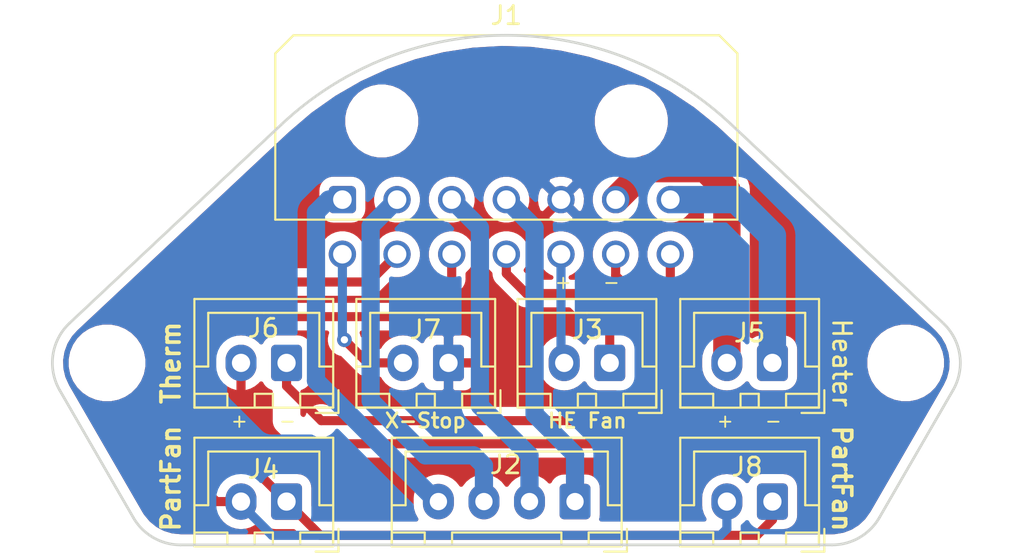
<source format=kicad_pcb>
(kicad_pcb (version 20171130) (host pcbnew "(5.1.5)-3")

  (general
    (thickness 1.6)
    (drawings 27)
    (tracks 71)
    (zones 0)
    (modules 10)
    (nets 15)
  )

  (page A4)
  (layers
    (0 F.Cu signal)
    (31 B.Cu signal)
    (32 B.Adhes user)
    (33 F.Adhes user)
    (34 B.Paste user)
    (35 F.Paste user)
    (36 B.SilkS user)
    (37 F.SilkS user)
    (38 B.Mask user)
    (39 F.Mask user)
    (40 Dwgs.User user)
    (41 Cmts.User user)
    (42 Eco1.User user)
    (43 Eco2.User user)
    (44 Edge.Cuts user)
    (45 Margin user)
    (46 B.CrtYd user hide)
    (47 F.CrtYd user hide)
    (48 B.Fab user hide)
    (49 F.Fab user hide)
  )

  (setup
    (last_trace_width 0.5)
    (user_trace_width 0.25)
    (user_trace_width 0.5)
    (user_trace_width 0.75)
    (user_trace_width 1)
    (user_trace_width 1.5)
    (trace_clearance 0.2)
    (zone_clearance 0.508)
    (zone_45_only no)
    (trace_min 0.2)
    (via_size 0.8)
    (via_drill 0.4)
    (via_min_size 0.4)
    (via_min_drill 0.3)
    (uvia_size 0.3)
    (uvia_drill 0.1)
    (uvias_allowed no)
    (uvia_min_size 0.2)
    (uvia_min_drill 0.1)
    (edge_width 0.05)
    (segment_width 0.2)
    (pcb_text_width 0.3)
    (pcb_text_size 1.5 1.5)
    (mod_edge_width 0.12)
    (mod_text_size 1 1)
    (mod_text_width 0.15)
    (pad_size 1.524 1.524)
    (pad_drill 0.762)
    (pad_to_mask_clearance 0.051)
    (solder_mask_min_width 0.25)
    (aux_axis_origin 0 0)
    (grid_origin 100 100)
    (visible_elements FFFFFF7F)
    (pcbplotparams
      (layerselection 0x010fc_ffffffff)
      (usegerberextensions false)
      (usegerberattributes false)
      (usegerberadvancedattributes false)
      (creategerberjobfile false)
      (excludeedgelayer true)
      (linewidth 0.100000)
      (plotframeref false)
      (viasonmask false)
      (mode 1)
      (useauxorigin false)
      (hpglpennumber 1)
      (hpglpenspeed 20)
      (hpglpendiameter 15.000000)
      (psnegative false)
      (psa4output false)
      (plotreference true)
      (plotvalue true)
      (plotinvisibletext false)
      (padsonsilk false)
      (subtractmaskfromsilk false)
      (outputformat 1)
      (mirror false)
      (drillshape 0)
      (scaleselection 1)
      (outputdirectory "../../Gerbers/Toolhead_PCB/"))
  )

  (net 0 "")
  (net 1 GND)
  (net 2 /Hotend_Fan+)
  (net 3 /Hotend_Fan-)
  (net 4 /PartFan-)
  (net 5 /PartFan+)
  (net 6 /Thermistor_2)
  (net 7 /Thermistor_1)
  (net 8 /Endstop_Sig)
  (net 9 /Heater1)
  (net 10 /Heater2)
  (net 11 /Motor_B2)
  (net 12 /Motor_B1)
  (net 13 /Motor_A2)
  (net 14 /Motor_A1)

  (net_class Default "This is the default net class."
    (clearance 0.2)
    (trace_width 0.25)
    (via_dia 0.8)
    (via_drill 0.4)
    (uvia_dia 0.3)
    (uvia_drill 0.1)
    (add_net /Endstop_Sig)
    (add_net /Heater1)
    (add_net /Heater2)
    (add_net /Hotend_Fan+)
    (add_net /Hotend_Fan-)
    (add_net /Motor_A1)
    (add_net /Motor_A2)
    (add_net /Motor_B1)
    (add_net /Motor_B2)
    (add_net /PartFan+)
    (add_net /PartFan-)
    (add_net /Thermistor_1)
    (add_net /Thermistor_2)
    (add_net GND)
  )

  (module Connector_JST:JST_XH_B2B-XH-A_1x02_P2.50mm_Vertical (layer F.Cu) (tedit 5C28146C) (tstamp 60B7B6C7)
    (at 87.935 100 180)
    (descr "JST XH series connector, B2B-XH-A (http://www.jst-mfg.com/product/pdf/eng/eXH.pdf), generated with kicad-footprint-generator")
    (tags "connector JST XH vertical")
    (path /60B7844F)
    (fp_text reference J6 (at 1.27 1.905) (layer F.SilkS)
      (effects (font (size 1 1) (thickness 0.15)))
    )
    (fp_text value Thermistor (at 1.25 4.6) (layer F.Fab)
      (effects (font (size 1 1) (thickness 0.15)))
    )
    (fp_text user %R (at 1.25 2.7) (layer F.Fab)
      (effects (font (size 1 1) (thickness 0.15)))
    )
    (fp_line (start -2.85 -2.75) (end -2.85 -1.5) (layer F.SilkS) (width 0.12))
    (fp_line (start -1.6 -2.75) (end -2.85 -2.75) (layer F.SilkS) (width 0.12))
    (fp_line (start 4.3 2.75) (end 1.25 2.75) (layer F.SilkS) (width 0.12))
    (fp_line (start 4.3 -0.2) (end 4.3 2.75) (layer F.SilkS) (width 0.12))
    (fp_line (start 5.05 -0.2) (end 4.3 -0.2) (layer F.SilkS) (width 0.12))
    (fp_line (start -1.8 2.75) (end 1.25 2.75) (layer F.SilkS) (width 0.12))
    (fp_line (start -1.8 -0.2) (end -1.8 2.75) (layer F.SilkS) (width 0.12))
    (fp_line (start -2.55 -0.2) (end -1.8 -0.2) (layer F.SilkS) (width 0.12))
    (fp_line (start 5.05 -2.45) (end 3.25 -2.45) (layer F.SilkS) (width 0.12))
    (fp_line (start 5.05 -1.7) (end 5.05 -2.45) (layer F.SilkS) (width 0.12))
    (fp_line (start 3.25 -1.7) (end 5.05 -1.7) (layer F.SilkS) (width 0.12))
    (fp_line (start 3.25 -2.45) (end 3.25 -1.7) (layer F.SilkS) (width 0.12))
    (fp_line (start -0.75 -2.45) (end -2.55 -2.45) (layer F.SilkS) (width 0.12))
    (fp_line (start -0.75 -1.7) (end -0.75 -2.45) (layer F.SilkS) (width 0.12))
    (fp_line (start -2.55 -1.7) (end -0.75 -1.7) (layer F.SilkS) (width 0.12))
    (fp_line (start -2.55 -2.45) (end -2.55 -1.7) (layer F.SilkS) (width 0.12))
    (fp_line (start 1.75 -2.45) (end 0.75 -2.45) (layer F.SilkS) (width 0.12))
    (fp_line (start 1.75 -1.7) (end 1.75 -2.45) (layer F.SilkS) (width 0.12))
    (fp_line (start 0.75 -1.7) (end 1.75 -1.7) (layer F.SilkS) (width 0.12))
    (fp_line (start 0.75 -2.45) (end 0.75 -1.7) (layer F.SilkS) (width 0.12))
    (fp_line (start 0 -1.35) (end 0.625 -2.35) (layer F.Fab) (width 0.1))
    (fp_line (start -0.625 -2.35) (end 0 -1.35) (layer F.Fab) (width 0.1))
    (fp_line (start 5.45 -2.85) (end -2.95 -2.85) (layer F.CrtYd) (width 0.05))
    (fp_line (start 5.45 3.9) (end 5.45 -2.85) (layer F.CrtYd) (width 0.05))
    (fp_line (start -2.95 3.9) (end 5.45 3.9) (layer F.CrtYd) (width 0.05))
    (fp_line (start -2.95 -2.85) (end -2.95 3.9) (layer F.CrtYd) (width 0.05))
    (fp_line (start 5.06 -2.46) (end -2.56 -2.46) (layer F.SilkS) (width 0.12))
    (fp_line (start 5.06 3.51) (end 5.06 -2.46) (layer F.SilkS) (width 0.12))
    (fp_line (start -2.56 3.51) (end 5.06 3.51) (layer F.SilkS) (width 0.12))
    (fp_line (start -2.56 -2.46) (end -2.56 3.51) (layer F.SilkS) (width 0.12))
    (fp_line (start 4.95 -2.35) (end -2.45 -2.35) (layer F.Fab) (width 0.1))
    (fp_line (start 4.95 3.4) (end 4.95 -2.35) (layer F.Fab) (width 0.1))
    (fp_line (start -2.45 3.4) (end 4.95 3.4) (layer F.Fab) (width 0.1))
    (fp_line (start -2.45 -2.35) (end -2.45 3.4) (layer F.Fab) (width 0.1))
    (pad 2 thru_hole oval (at 2.5 0 180) (size 1.7 2) (drill 1) (layers *.Cu *.Mask)
      (net 6 /Thermistor_2))
    (pad 1 thru_hole roundrect (at 0 0 180) (size 1.7 2) (drill 1) (layers *.Cu *.Mask) (roundrect_rratio 0.147059)
      (net 7 /Thermistor_1))
    (model ${KISYS3DMOD}/Connector_JST.3dshapes/JST_XH_B2B-XH-A_1x02_P2.50mm_Vertical.wrl
      (at (xyz 0 0 0))
      (scale (xyz 1 1 1))
      (rotate (xyz 0 0 0))
    )
  )

  (module Connector_JST:JST_XH_B2B-XH-A_1x02_P2.50mm_Vertical (layer F.Cu) (tedit 5C28146C) (tstamp 60B7B688)
    (at 105.675 100 180)
    (descr "JST XH series connector, B2B-XH-A (http://www.jst-mfg.com/product/pdf/eng/eXH.pdf), generated with kicad-footprint-generator")
    (tags "connector JST XH vertical")
    (path /60B78134)
    (fp_text reference J3 (at 1.24 1.825) (layer F.SilkS)
      (effects (font (size 1 1) (thickness 0.15)))
    )
    (fp_text value "Hotend Fan" (at 1.25 4.6) (layer F.Fab)
      (effects (font (size 1 1) (thickness 0.15)))
    )
    (fp_text user %R (at 1.25 2.7) (layer F.Fab)
      (effects (font (size 1 1) (thickness 0.15)))
    )
    (fp_line (start -2.85 -2.75) (end -2.85 -1.5) (layer F.SilkS) (width 0.12))
    (fp_line (start -1.6 -2.75) (end -2.85 -2.75) (layer F.SilkS) (width 0.12))
    (fp_line (start 4.3 2.75) (end 1.25 2.75) (layer F.SilkS) (width 0.12))
    (fp_line (start 4.3 -0.2) (end 4.3 2.75) (layer F.SilkS) (width 0.12))
    (fp_line (start 5.05 -0.2) (end 4.3 -0.2) (layer F.SilkS) (width 0.12))
    (fp_line (start -1.8 2.75) (end 1.25 2.75) (layer F.SilkS) (width 0.12))
    (fp_line (start -1.8 -0.2) (end -1.8 2.75) (layer F.SilkS) (width 0.12))
    (fp_line (start -2.55 -0.2) (end -1.8 -0.2) (layer F.SilkS) (width 0.12))
    (fp_line (start 5.05 -2.45) (end 3.25 -2.45) (layer F.SilkS) (width 0.12))
    (fp_line (start 5.05 -1.7) (end 5.05 -2.45) (layer F.SilkS) (width 0.12))
    (fp_line (start 3.25 -1.7) (end 5.05 -1.7) (layer F.SilkS) (width 0.12))
    (fp_line (start 3.25 -2.45) (end 3.25 -1.7) (layer F.SilkS) (width 0.12))
    (fp_line (start -0.75 -2.45) (end -2.55 -2.45) (layer F.SilkS) (width 0.12))
    (fp_line (start -0.75 -1.7) (end -0.75 -2.45) (layer F.SilkS) (width 0.12))
    (fp_line (start -2.55 -1.7) (end -0.75 -1.7) (layer F.SilkS) (width 0.12))
    (fp_line (start -2.55 -2.45) (end -2.55 -1.7) (layer F.SilkS) (width 0.12))
    (fp_line (start 1.75 -2.45) (end 0.75 -2.45) (layer F.SilkS) (width 0.12))
    (fp_line (start 1.75 -1.7) (end 1.75 -2.45) (layer F.SilkS) (width 0.12))
    (fp_line (start 0.75 -1.7) (end 1.75 -1.7) (layer F.SilkS) (width 0.12))
    (fp_line (start 0.75 -2.45) (end 0.75 -1.7) (layer F.SilkS) (width 0.12))
    (fp_line (start 0 -1.35) (end 0.625 -2.35) (layer F.Fab) (width 0.1))
    (fp_line (start -0.625 -2.35) (end 0 -1.35) (layer F.Fab) (width 0.1))
    (fp_line (start 5.45 -2.85) (end -2.95 -2.85) (layer F.CrtYd) (width 0.05))
    (fp_line (start 5.45 3.9) (end 5.45 -2.85) (layer F.CrtYd) (width 0.05))
    (fp_line (start -2.95 3.9) (end 5.45 3.9) (layer F.CrtYd) (width 0.05))
    (fp_line (start -2.95 -2.85) (end -2.95 3.9) (layer F.CrtYd) (width 0.05))
    (fp_line (start 5.06 -2.46) (end -2.56 -2.46) (layer F.SilkS) (width 0.12))
    (fp_line (start 5.06 3.51) (end 5.06 -2.46) (layer F.SilkS) (width 0.12))
    (fp_line (start -2.56 3.51) (end 5.06 3.51) (layer F.SilkS) (width 0.12))
    (fp_line (start -2.56 -2.46) (end -2.56 3.51) (layer F.SilkS) (width 0.12))
    (fp_line (start 4.95 -2.35) (end -2.45 -2.35) (layer F.Fab) (width 0.1))
    (fp_line (start 4.95 3.4) (end 4.95 -2.35) (layer F.Fab) (width 0.1))
    (fp_line (start -2.45 3.4) (end 4.95 3.4) (layer F.Fab) (width 0.1))
    (fp_line (start -2.45 -2.35) (end -2.45 3.4) (layer F.Fab) (width 0.1))
    (pad 2 thru_hole oval (at 2.5 0 180) (size 1.7 2) (drill 1) (layers *.Cu *.Mask)
      (net 2 /Hotend_Fan+))
    (pad 1 thru_hole roundrect (at 0 0 180) (size 1.7 2) (drill 1) (layers *.Cu *.Mask) (roundrect_rratio 0.147059)
      (net 3 /Hotend_Fan-))
    (model ${KISYS3DMOD}/Connector_JST.3dshapes/JST_XH_B2B-XH-A_1x02_P2.50mm_Vertical.wrl
      (at (xyz 0 0 0))
      (scale (xyz 1 1 1))
      (rotate (xyz 0 0 0))
    )
  )

  (module Connector_JST:JST_XH_B2B-XH-A_1x02_P2.50mm_Vertical (layer F.Cu) (tedit 5C28146C) (tstamp 60B7B706)
    (at 87.935 107.62 180)
    (descr "JST XH series connector, B2B-XH-A (http://www.jst-mfg.com/product/pdf/eng/eXH.pdf), generated with kicad-footprint-generator")
    (tags "connector JST XH vertical")
    (path /60B77E5A)
    (fp_text reference J4 (at 1.27 1.778) (layer F.SilkS)
      (effects (font (size 1 1) (thickness 0.15)))
    )
    (fp_text value "Part Cooling Fan" (at 1.25 4.6) (layer F.Fab)
      (effects (font (size 1 1) (thickness 0.15)))
    )
    (fp_text user %R (at 1.25 2.7) (layer F.Fab)
      (effects (font (size 1 1) (thickness 0.15)))
    )
    (fp_line (start -2.85 -2.75) (end -2.85 -1.5) (layer F.SilkS) (width 0.12))
    (fp_line (start -1.6 -2.75) (end -2.85 -2.75) (layer F.SilkS) (width 0.12))
    (fp_line (start 4.3 2.75) (end 1.25 2.75) (layer F.SilkS) (width 0.12))
    (fp_line (start 4.3 -0.2) (end 4.3 2.75) (layer F.SilkS) (width 0.12))
    (fp_line (start 5.05 -0.2) (end 4.3 -0.2) (layer F.SilkS) (width 0.12))
    (fp_line (start -1.8 2.75) (end 1.25 2.75) (layer F.SilkS) (width 0.12))
    (fp_line (start -1.8 -0.2) (end -1.8 2.75) (layer F.SilkS) (width 0.12))
    (fp_line (start -2.55 -0.2) (end -1.8 -0.2) (layer F.SilkS) (width 0.12))
    (fp_line (start 5.05 -2.45) (end 3.25 -2.45) (layer F.SilkS) (width 0.12))
    (fp_line (start 5.05 -1.7) (end 5.05 -2.45) (layer F.SilkS) (width 0.12))
    (fp_line (start 3.25 -1.7) (end 5.05 -1.7) (layer F.SilkS) (width 0.12))
    (fp_line (start 3.25 -2.45) (end 3.25 -1.7) (layer F.SilkS) (width 0.12))
    (fp_line (start -0.75 -2.45) (end -2.55 -2.45) (layer F.SilkS) (width 0.12))
    (fp_line (start -0.75 -1.7) (end -0.75 -2.45) (layer F.SilkS) (width 0.12))
    (fp_line (start -2.55 -1.7) (end -0.75 -1.7) (layer F.SilkS) (width 0.12))
    (fp_line (start -2.55 -2.45) (end -2.55 -1.7) (layer F.SilkS) (width 0.12))
    (fp_line (start 1.75 -2.45) (end 0.75 -2.45) (layer F.SilkS) (width 0.12))
    (fp_line (start 1.75 -1.7) (end 1.75 -2.45) (layer F.SilkS) (width 0.12))
    (fp_line (start 0.75 -1.7) (end 1.75 -1.7) (layer F.SilkS) (width 0.12))
    (fp_line (start 0.75 -2.45) (end 0.75 -1.7) (layer F.SilkS) (width 0.12))
    (fp_line (start 0 -1.35) (end 0.625 -2.35) (layer F.Fab) (width 0.1))
    (fp_line (start -0.625 -2.35) (end 0 -1.35) (layer F.Fab) (width 0.1))
    (fp_line (start 5.45 -2.85) (end -2.95 -2.85) (layer F.CrtYd) (width 0.05))
    (fp_line (start 5.45 3.9) (end 5.45 -2.85) (layer F.CrtYd) (width 0.05))
    (fp_line (start -2.95 3.9) (end 5.45 3.9) (layer F.CrtYd) (width 0.05))
    (fp_line (start -2.95 -2.85) (end -2.95 3.9) (layer F.CrtYd) (width 0.05))
    (fp_line (start 5.06 -2.46) (end -2.56 -2.46) (layer F.SilkS) (width 0.12))
    (fp_line (start 5.06 3.51) (end 5.06 -2.46) (layer F.SilkS) (width 0.12))
    (fp_line (start -2.56 3.51) (end 5.06 3.51) (layer F.SilkS) (width 0.12))
    (fp_line (start -2.56 -2.46) (end -2.56 3.51) (layer F.SilkS) (width 0.12))
    (fp_line (start 4.95 -2.35) (end -2.45 -2.35) (layer F.Fab) (width 0.1))
    (fp_line (start 4.95 3.4) (end 4.95 -2.35) (layer F.Fab) (width 0.1))
    (fp_line (start -2.45 3.4) (end 4.95 3.4) (layer F.Fab) (width 0.1))
    (fp_line (start -2.45 -2.35) (end -2.45 3.4) (layer F.Fab) (width 0.1))
    (pad 2 thru_hole oval (at 2.5 0 180) (size 1.7 2) (drill 1) (layers *.Cu *.Mask)
      (net 5 /PartFan+))
    (pad 1 thru_hole roundrect (at 0 0 180) (size 1.7 2) (drill 1) (layers *.Cu *.Mask) (roundrect_rratio 0.147059)
      (net 4 /PartFan-))
    (model ${KISYS3DMOD}/Connector_JST.3dshapes/JST_XH_B2B-XH-A_1x02_P2.50mm_Vertical.wrl
      (at (xyz 0 0 0))
      (scale (xyz 1 1 1))
      (rotate (xyz 0 0 0))
    )
  )

  (module Toolhead_PCB:Molex_Micro-Fit_3.0_43045-1400_2x07_P3.00mm_Horizontal (layer F.Cu) (tedit 60B6F502) (tstamp 60B75AA1)
    (at 91 91.03)
    (descr "Molex Micro-Fit 3.0 Connector System, 43045-1400 (alternative finishes: 43045-140x), 7 Pins per row (https://www.molex.com/pdm_docs/sd/430450201_sd.pdf), generated with kicad-footprint-generator")
    (tags "connector Molex Micro-Fit_3.0 horizontal")
    (path /60B6E959)
    (fp_text reference J1 (at 9 -10.12) (layer F.SilkS)
      (effects (font (size 1 1) (thickness 0.15)))
    )
    (fp_text value Conn_02x07_Top_Bottom (at 9 5.7) (layer F.Fab)
      (effects (font (size 1 1) (thickness 0.15)))
    )
    (fp_line (start -3.575 0.99) (end -3.575 -7.92) (layer F.Fab) (width 0.1))
    (fp_line (start -3.575 -7.92) (end -2.575 -8.92) (layer F.Fab) (width 0.1))
    (fp_line (start -2.575 -8.92) (end 20.575 -8.92) (layer F.Fab) (width 0.1))
    (fp_line (start 20.575 -8.92) (end 21.575 -7.92) (layer F.Fab) (width 0.1))
    (fp_line (start 21.575 -7.92) (end 21.575 0.99) (layer F.Fab) (width 0.1))
    (fp_line (start 21.575 0.99) (end -3.575 0.99) (layer F.Fab) (width 0.1))
    (fp_line (start -0.75 0.99) (end 0 0) (layer F.Fab) (width 0.1))
    (fp_line (start 0 0) (end 0.75 0.99) (layer F.Fab) (width 0.1))
    (fp_line (start -3.685 1.1) (end -3.685 -8.03) (layer F.SilkS) (width 0.12))
    (fp_line (start -3.685 -8.03) (end -2.685 -9.03) (layer F.SilkS) (width 0.12))
    (fp_line (start -2.685 -9.03) (end 20.685 -9.03) (layer F.SilkS) (width 0.12))
    (fp_line (start 20.685 -9.03) (end 21.685 -8.03) (layer F.SilkS) (width 0.12))
    (fp_line (start 21.685 -8.03) (end 21.685 1.1) (layer F.SilkS) (width 0.12))
    (fp_line (start 21.685 1.1) (end -3.685 1.1) (layer F.SilkS) (width 0.12))
    (fp_line (start -4.08 1.49) (end -4.08 -9.42) (layer F.CrtYd) (width 0.05))
    (fp_line (start -4.08 -9.42) (end 22.08 -9.42) (layer F.CrtYd) (width 0.05))
    (fp_line (start 22.08 -9.42) (end 22.08 1.49) (layer F.CrtYd) (width 0.05))
    (fp_line (start 22.08 1.49) (end 19.25 1.49) (layer F.CrtYd) (width 0.05))
    (fp_line (start 19.25 1.49) (end 19.25 4.25) (layer F.CrtYd) (width 0.05))
    (fp_line (start 19.25 4.25) (end -1.25 4.25) (layer F.CrtYd) (width 0.05))
    (fp_line (start -1.25 4.25) (end -1.25 1.49) (layer F.CrtYd) (width 0.05))
    (fp_line (start -1.25 1.49) (end -4.08 1.49) (layer F.CrtYd) (width 0.05))
    (fp_text user %R (at 9 -8.22) (layer F.Fab)
      (effects (font (size 1 1) (thickness 0.15)))
    )
    (pad "" np_thru_hole circle (at 2.16 -4.32) (size 3 3) (drill 3) (layers *.Cu *.Mask))
    (pad "" np_thru_hole circle (at 15.86 -4.32) (size 3 3) (drill 3) (layers *.Cu *.Mask))
    (pad 1 thru_hole roundrect (at 0 0) (size 1.5 1.5) (drill 1.02) (layers *.Cu *.Mask) (roundrect_rratio 0.166667)
      (net 14 /Motor_A1))
    (pad 2 thru_hole circle (at 3 0) (size 1.5 1.5) (drill 1.02) (layers *.Cu *.Mask)
      (net 13 /Motor_A2))
    (pad 3 thru_hole circle (at 6 0) (size 1.5 1.5) (drill 1.02) (layers *.Cu *.Mask)
      (net 12 /Motor_B1))
    (pad 4 thru_hole circle (at 9 0) (size 1.5 1.5) (drill 1.02) (layers *.Cu *.Mask)
      (net 11 /Motor_B2))
    (pad 5 thru_hole circle (at 12 0) (size 1.5 1.5) (drill 1.02) (layers *.Cu *.Mask)
      (net 1 GND))
    (pad 6 thru_hole circle (at 15 0) (size 1.5 1.5) (drill 1.02) (layers *.Cu *.Mask)
      (net 10 /Heater2))
    (pad 7 thru_hole circle (at 18 0) (size 1.5 1.5) (drill 1.02) (layers *.Cu *.Mask)
      (net 9 /Heater1))
    (pad 8 thru_hole circle (at 0 3) (size 1.5 1.5) (drill 1.02) (layers *.Cu *.Mask)
      (net 8 /Endstop_Sig))
    (pad 9 thru_hole circle (at 3 3) (size 1.5 1.5) (drill 1.02) (layers *.Cu *.Mask)
      (net 5 /PartFan+))
    (pad 10 thru_hole circle (at 6 3) (size 1.5 1.5) (drill 1.02) (layers *.Cu *.Mask)
      (net 4 /PartFan-))
    (pad 11 thru_hole circle (at 9 3) (size 1.5 1.5) (drill 1.02) (layers *.Cu *.Mask)
      (net 3 /Hotend_Fan-))
    (pad 12 thru_hole circle (at 12 3) (size 1.5 1.5) (drill 1.02) (layers *.Cu *.Mask)
      (net 2 /Hotend_Fan+))
    (pad 13 thru_hole circle (at 15 3) (size 1.5 1.5) (drill 1.02) (layers *.Cu *.Mask)
      (net 7 /Thermistor_1))
    (pad 14 thru_hole circle (at 18 3) (size 1.5 1.5) (drill 1.02) (layers *.Cu *.Mask)
      (net 6 /Thermistor_2))
    (model ${KIPRJMOD}/Library/3D_Packages/430451400.stp
      (offset (xyz 9 4 4))
      (scale (xyz 1 1 1))
      (rotate (xyz -90 0 180))
    )
  )

  (module Connector_JST:JST_XH_B2B-XH-A_1x02_P2.50mm_Vertical (layer F.Cu) (tedit 5C28146C) (tstamp 60B7EE47)
    (at 114.605 107.62 180)
    (descr "JST XH series connector, B2B-XH-A (http://www.jst-mfg.com/product/pdf/eng/eXH.pdf), generated with kicad-footprint-generator")
    (tags "connector JST XH vertical")
    (path /60BD21F9)
    (fp_text reference J8 (at 1.397 1.905) (layer F.SilkS)
      (effects (font (size 1 1) (thickness 0.15)))
    )
    (fp_text value "Part Cooling Fan" (at 1.25 4.6) (layer F.Fab)
      (effects (font (size 1 1) (thickness 0.15)))
    )
    (fp_text user %R (at 1.25 2.7) (layer F.Fab)
      (effects (font (size 1 1) (thickness 0.15)))
    )
    (fp_line (start -2.85 -2.75) (end -2.85 -1.5) (layer F.SilkS) (width 0.12))
    (fp_line (start -1.6 -2.75) (end -2.85 -2.75) (layer F.SilkS) (width 0.12))
    (fp_line (start 4.3 2.75) (end 1.25 2.75) (layer F.SilkS) (width 0.12))
    (fp_line (start 4.3 -0.2) (end 4.3 2.75) (layer F.SilkS) (width 0.12))
    (fp_line (start 5.05 -0.2) (end 4.3 -0.2) (layer F.SilkS) (width 0.12))
    (fp_line (start -1.8 2.75) (end 1.25 2.75) (layer F.SilkS) (width 0.12))
    (fp_line (start -1.8 -0.2) (end -1.8 2.75) (layer F.SilkS) (width 0.12))
    (fp_line (start -2.55 -0.2) (end -1.8 -0.2) (layer F.SilkS) (width 0.12))
    (fp_line (start 5.05 -2.45) (end 3.25 -2.45) (layer F.SilkS) (width 0.12))
    (fp_line (start 5.05 -1.7) (end 5.05 -2.45) (layer F.SilkS) (width 0.12))
    (fp_line (start 3.25 -1.7) (end 5.05 -1.7) (layer F.SilkS) (width 0.12))
    (fp_line (start 3.25 -2.45) (end 3.25 -1.7) (layer F.SilkS) (width 0.12))
    (fp_line (start -0.75 -2.45) (end -2.55 -2.45) (layer F.SilkS) (width 0.12))
    (fp_line (start -0.75 -1.7) (end -0.75 -2.45) (layer F.SilkS) (width 0.12))
    (fp_line (start -2.55 -1.7) (end -0.75 -1.7) (layer F.SilkS) (width 0.12))
    (fp_line (start -2.55 -2.45) (end -2.55 -1.7) (layer F.SilkS) (width 0.12))
    (fp_line (start 1.75 -2.45) (end 0.75 -2.45) (layer F.SilkS) (width 0.12))
    (fp_line (start 1.75 -1.7) (end 1.75 -2.45) (layer F.SilkS) (width 0.12))
    (fp_line (start 0.75 -1.7) (end 1.75 -1.7) (layer F.SilkS) (width 0.12))
    (fp_line (start 0.75 -2.45) (end 0.75 -1.7) (layer F.SilkS) (width 0.12))
    (fp_line (start 0 -1.35) (end 0.625 -2.35) (layer F.Fab) (width 0.1))
    (fp_line (start -0.625 -2.35) (end 0 -1.35) (layer F.Fab) (width 0.1))
    (fp_line (start 5.45 -2.85) (end -2.95 -2.85) (layer F.CrtYd) (width 0.05))
    (fp_line (start 5.45 3.9) (end 5.45 -2.85) (layer F.CrtYd) (width 0.05))
    (fp_line (start -2.95 3.9) (end 5.45 3.9) (layer F.CrtYd) (width 0.05))
    (fp_line (start -2.95 -2.85) (end -2.95 3.9) (layer F.CrtYd) (width 0.05))
    (fp_line (start 5.06 -2.46) (end -2.56 -2.46) (layer F.SilkS) (width 0.12))
    (fp_line (start 5.06 3.51) (end 5.06 -2.46) (layer F.SilkS) (width 0.12))
    (fp_line (start -2.56 3.51) (end 5.06 3.51) (layer F.SilkS) (width 0.12))
    (fp_line (start -2.56 -2.46) (end -2.56 3.51) (layer F.SilkS) (width 0.12))
    (fp_line (start 4.95 -2.35) (end -2.45 -2.35) (layer F.Fab) (width 0.1))
    (fp_line (start 4.95 3.4) (end 4.95 -2.35) (layer F.Fab) (width 0.1))
    (fp_line (start -2.45 3.4) (end 4.95 3.4) (layer F.Fab) (width 0.1))
    (fp_line (start -2.45 -2.35) (end -2.45 3.4) (layer F.Fab) (width 0.1))
    (pad 2 thru_hole oval (at 2.5 0 180) (size 1.7 2) (drill 1) (layers *.Cu *.Mask)
      (net 5 /PartFan+))
    (pad 1 thru_hole roundrect (at 0 0 180) (size 1.7 2) (drill 1) (layers *.Cu *.Mask) (roundrect_rratio 0.147059)
      (net 4 /PartFan-))
    (model ${KISYS3DMOD}/Connector_JST.3dshapes/JST_XH_B2B-XH-A_1x02_P2.50mm_Vertical.wrl
      (at (xyz 0 0 0))
      (scale (xyz 1 1 1))
      (rotate (xyz 0 0 0))
    )
  )

  (module Connector_JST:JST_XH_B2B-XH-A_1x02_P2.50mm_Vertical (layer F.Cu) (tedit 5C28146C) (tstamp 60B7B60A)
    (at 96.825 100 180)
    (descr "JST XH series connector, B2B-XH-A (http://www.jst-mfg.com/product/pdf/eng/eXH.pdf), generated with kicad-footprint-generator")
    (tags "connector JST XH vertical")
    (path /60B7624D)
    (fp_text reference J7 (at 1.27 1.825) (layer F.SilkS)
      (effects (font (size 1 1) (thickness 0.15)))
    )
    (fp_text value X-Endstop (at 1.25 4.6) (layer F.Fab)
      (effects (font (size 1 1) (thickness 0.15)))
    )
    (fp_text user %R (at 1.25 2.7) (layer F.Fab)
      (effects (font (size 1 1) (thickness 0.15)))
    )
    (fp_line (start -2.85 -2.75) (end -2.85 -1.5) (layer F.SilkS) (width 0.12))
    (fp_line (start -1.6 -2.75) (end -2.85 -2.75) (layer F.SilkS) (width 0.12))
    (fp_line (start 4.3 2.75) (end 1.25 2.75) (layer F.SilkS) (width 0.12))
    (fp_line (start 4.3 -0.2) (end 4.3 2.75) (layer F.SilkS) (width 0.12))
    (fp_line (start 5.05 -0.2) (end 4.3 -0.2) (layer F.SilkS) (width 0.12))
    (fp_line (start -1.8 2.75) (end 1.25 2.75) (layer F.SilkS) (width 0.12))
    (fp_line (start -1.8 -0.2) (end -1.8 2.75) (layer F.SilkS) (width 0.12))
    (fp_line (start -2.55 -0.2) (end -1.8 -0.2) (layer F.SilkS) (width 0.12))
    (fp_line (start 5.05 -2.45) (end 3.25 -2.45) (layer F.SilkS) (width 0.12))
    (fp_line (start 5.05 -1.7) (end 5.05 -2.45) (layer F.SilkS) (width 0.12))
    (fp_line (start 3.25 -1.7) (end 5.05 -1.7) (layer F.SilkS) (width 0.12))
    (fp_line (start 3.25 -2.45) (end 3.25 -1.7) (layer F.SilkS) (width 0.12))
    (fp_line (start -0.75 -2.45) (end -2.55 -2.45) (layer F.SilkS) (width 0.12))
    (fp_line (start -0.75 -1.7) (end -0.75 -2.45) (layer F.SilkS) (width 0.12))
    (fp_line (start -2.55 -1.7) (end -0.75 -1.7) (layer F.SilkS) (width 0.12))
    (fp_line (start -2.55 -2.45) (end -2.55 -1.7) (layer F.SilkS) (width 0.12))
    (fp_line (start 1.75 -2.45) (end 0.75 -2.45) (layer F.SilkS) (width 0.12))
    (fp_line (start 1.75 -1.7) (end 1.75 -2.45) (layer F.SilkS) (width 0.12))
    (fp_line (start 0.75 -1.7) (end 1.75 -1.7) (layer F.SilkS) (width 0.12))
    (fp_line (start 0.75 -2.45) (end 0.75 -1.7) (layer F.SilkS) (width 0.12))
    (fp_line (start 0 -1.35) (end 0.625 -2.35) (layer F.Fab) (width 0.1))
    (fp_line (start -0.625 -2.35) (end 0 -1.35) (layer F.Fab) (width 0.1))
    (fp_line (start 5.45 -2.85) (end -2.95 -2.85) (layer F.CrtYd) (width 0.05))
    (fp_line (start 5.45 3.9) (end 5.45 -2.85) (layer F.CrtYd) (width 0.05))
    (fp_line (start -2.95 3.9) (end 5.45 3.9) (layer F.CrtYd) (width 0.05))
    (fp_line (start -2.95 -2.85) (end -2.95 3.9) (layer F.CrtYd) (width 0.05))
    (fp_line (start 5.06 -2.46) (end -2.56 -2.46) (layer F.SilkS) (width 0.12))
    (fp_line (start 5.06 3.51) (end 5.06 -2.46) (layer F.SilkS) (width 0.12))
    (fp_line (start -2.56 3.51) (end 5.06 3.51) (layer F.SilkS) (width 0.12))
    (fp_line (start -2.56 -2.46) (end -2.56 3.51) (layer F.SilkS) (width 0.12))
    (fp_line (start 4.95 -2.35) (end -2.45 -2.35) (layer F.Fab) (width 0.1))
    (fp_line (start 4.95 3.4) (end 4.95 -2.35) (layer F.Fab) (width 0.1))
    (fp_line (start -2.45 3.4) (end 4.95 3.4) (layer F.Fab) (width 0.1))
    (fp_line (start -2.45 -2.35) (end -2.45 3.4) (layer F.Fab) (width 0.1))
    (pad 2 thru_hole oval (at 2.5 0 180) (size 1.7 2) (drill 1) (layers *.Cu *.Mask)
      (net 8 /Endstop_Sig))
    (pad 1 thru_hole roundrect (at 0 0 180) (size 1.7 2) (drill 1) (layers *.Cu *.Mask) (roundrect_rratio 0.147059)
      (net 1 GND))
    (model ${KISYS3DMOD}/Connector_JST.3dshapes/JST_XH_B2B-XH-A_1x02_P2.50mm_Vertical.wrl
      (at (xyz 0 0 0))
      (scale (xyz 1 1 1))
      (rotate (xyz 0 0 0))
    )
  )

  (module Connector_JST:JST_XH_B2B-XH-A_1x02_P2.50mm_Vertical (layer F.Cu) (tedit 5C28146C) (tstamp 60B7B649)
    (at 114.605 100 180)
    (descr "JST XH series connector, B2B-XH-A (http://www.jst-mfg.com/product/pdf/eng/eXH.pdf), generated with kicad-footprint-generator")
    (tags "connector JST XH vertical")
    (path /60B720B7)
    (fp_text reference J5 (at 1.25 1.651) (layer F.SilkS)
      (effects (font (size 1 1) (thickness 0.15)))
    )
    (fp_text value Heater (at 1.25 4.6) (layer F.Fab)
      (effects (font (size 1 1) (thickness 0.15)))
    )
    (fp_text user %R (at 1.25 2.7) (layer F.Fab)
      (effects (font (size 1 1) (thickness 0.15)))
    )
    (fp_line (start -2.85 -2.75) (end -2.85 -1.5) (layer F.SilkS) (width 0.12))
    (fp_line (start -1.6 -2.75) (end -2.85 -2.75) (layer F.SilkS) (width 0.12))
    (fp_line (start 4.3 2.75) (end 1.25 2.75) (layer F.SilkS) (width 0.12))
    (fp_line (start 4.3 -0.2) (end 4.3 2.75) (layer F.SilkS) (width 0.12))
    (fp_line (start 5.05 -0.2) (end 4.3 -0.2) (layer F.SilkS) (width 0.12))
    (fp_line (start -1.8 2.75) (end 1.25 2.75) (layer F.SilkS) (width 0.12))
    (fp_line (start -1.8 -0.2) (end -1.8 2.75) (layer F.SilkS) (width 0.12))
    (fp_line (start -2.55 -0.2) (end -1.8 -0.2) (layer F.SilkS) (width 0.12))
    (fp_line (start 5.05 -2.45) (end 3.25 -2.45) (layer F.SilkS) (width 0.12))
    (fp_line (start 5.05 -1.7) (end 5.05 -2.45) (layer F.SilkS) (width 0.12))
    (fp_line (start 3.25 -1.7) (end 5.05 -1.7) (layer F.SilkS) (width 0.12))
    (fp_line (start 3.25 -2.45) (end 3.25 -1.7) (layer F.SilkS) (width 0.12))
    (fp_line (start -0.75 -2.45) (end -2.55 -2.45) (layer F.SilkS) (width 0.12))
    (fp_line (start -0.75 -1.7) (end -0.75 -2.45) (layer F.SilkS) (width 0.12))
    (fp_line (start -2.55 -1.7) (end -0.75 -1.7) (layer F.SilkS) (width 0.12))
    (fp_line (start -2.55 -2.45) (end -2.55 -1.7) (layer F.SilkS) (width 0.12))
    (fp_line (start 1.75 -2.45) (end 0.75 -2.45) (layer F.SilkS) (width 0.12))
    (fp_line (start 1.75 -1.7) (end 1.75 -2.45) (layer F.SilkS) (width 0.12))
    (fp_line (start 0.75 -1.7) (end 1.75 -1.7) (layer F.SilkS) (width 0.12))
    (fp_line (start 0.75 -2.45) (end 0.75 -1.7) (layer F.SilkS) (width 0.12))
    (fp_line (start 0 -1.35) (end 0.625 -2.35) (layer F.Fab) (width 0.1))
    (fp_line (start -0.625 -2.35) (end 0 -1.35) (layer F.Fab) (width 0.1))
    (fp_line (start 5.45 -2.85) (end -2.95 -2.85) (layer F.CrtYd) (width 0.05))
    (fp_line (start 5.45 3.9) (end 5.45 -2.85) (layer F.CrtYd) (width 0.05))
    (fp_line (start -2.95 3.9) (end 5.45 3.9) (layer F.CrtYd) (width 0.05))
    (fp_line (start -2.95 -2.85) (end -2.95 3.9) (layer F.CrtYd) (width 0.05))
    (fp_line (start 5.06 -2.46) (end -2.56 -2.46) (layer F.SilkS) (width 0.12))
    (fp_line (start 5.06 3.51) (end 5.06 -2.46) (layer F.SilkS) (width 0.12))
    (fp_line (start -2.56 3.51) (end 5.06 3.51) (layer F.SilkS) (width 0.12))
    (fp_line (start -2.56 -2.46) (end -2.56 3.51) (layer F.SilkS) (width 0.12))
    (fp_line (start 4.95 -2.35) (end -2.45 -2.35) (layer F.Fab) (width 0.1))
    (fp_line (start 4.95 3.4) (end 4.95 -2.35) (layer F.Fab) (width 0.1))
    (fp_line (start -2.45 3.4) (end 4.95 3.4) (layer F.Fab) (width 0.1))
    (fp_line (start -2.45 -2.35) (end -2.45 3.4) (layer F.Fab) (width 0.1))
    (pad 2 thru_hole oval (at 2.5 0 180) (size 1.7 2) (drill 1) (layers *.Cu *.Mask)
      (net 10 /Heater2))
    (pad 1 thru_hole roundrect (at 0 0 180) (size 1.7 2) (drill 1) (layers *.Cu *.Mask) (roundrect_rratio 0.147059)
      (net 9 /Heater1))
    (model ${KISYS3DMOD}/Connector_JST.3dshapes/JST_XH_B2B-XH-A_1x02_P2.50mm_Vertical.wrl
      (at (xyz 0 0 0))
      (scale (xyz 1 1 1))
      (rotate (xyz 0 0 0))
    )
  )

  (module Connector_JST:JST_XH_B4B-XH-A_1x04_P2.50mm_Vertical (layer F.Cu) (tedit 5C28146C) (tstamp 60B7B747)
    (at 103.77 107.62 180)
    (descr "JST XH series connector, B4B-XH-A (http://www.jst-mfg.com/product/pdf/eng/eXH.pdf), generated with kicad-footprint-generator")
    (tags "connector JST XH vertical")
    (path /60B6FD3C)
    (fp_text reference J2 (at 3.81 2.032) (layer F.SilkS)
      (effects (font (size 1 1) (thickness 0.15)))
    )
    (fp_text value Motor (at 3.75 4.6) (layer F.Fab)
      (effects (font (size 1 1) (thickness 0.15)))
    )
    (fp_text user %R (at 3.75 2.7) (layer F.Fab)
      (effects (font (size 1 1) (thickness 0.15)))
    )
    (fp_line (start -2.85 -2.75) (end -2.85 -1.5) (layer F.SilkS) (width 0.12))
    (fp_line (start -1.6 -2.75) (end -2.85 -2.75) (layer F.SilkS) (width 0.12))
    (fp_line (start 9.3 2.75) (end 3.75 2.75) (layer F.SilkS) (width 0.12))
    (fp_line (start 9.3 -0.2) (end 9.3 2.75) (layer F.SilkS) (width 0.12))
    (fp_line (start 10.05 -0.2) (end 9.3 -0.2) (layer F.SilkS) (width 0.12))
    (fp_line (start -1.8 2.75) (end 3.75 2.75) (layer F.SilkS) (width 0.12))
    (fp_line (start -1.8 -0.2) (end -1.8 2.75) (layer F.SilkS) (width 0.12))
    (fp_line (start -2.55 -0.2) (end -1.8 -0.2) (layer F.SilkS) (width 0.12))
    (fp_line (start 10.05 -2.45) (end 8.25 -2.45) (layer F.SilkS) (width 0.12))
    (fp_line (start 10.05 -1.7) (end 10.05 -2.45) (layer F.SilkS) (width 0.12))
    (fp_line (start 8.25 -1.7) (end 10.05 -1.7) (layer F.SilkS) (width 0.12))
    (fp_line (start 8.25 -2.45) (end 8.25 -1.7) (layer F.SilkS) (width 0.12))
    (fp_line (start -0.75 -2.45) (end -2.55 -2.45) (layer F.SilkS) (width 0.12))
    (fp_line (start -0.75 -1.7) (end -0.75 -2.45) (layer F.SilkS) (width 0.12))
    (fp_line (start -2.55 -1.7) (end -0.75 -1.7) (layer F.SilkS) (width 0.12))
    (fp_line (start -2.55 -2.45) (end -2.55 -1.7) (layer F.SilkS) (width 0.12))
    (fp_line (start 6.75 -2.45) (end 0.75 -2.45) (layer F.SilkS) (width 0.12))
    (fp_line (start 6.75 -1.7) (end 6.75 -2.45) (layer F.SilkS) (width 0.12))
    (fp_line (start 0.75 -1.7) (end 6.75 -1.7) (layer F.SilkS) (width 0.12))
    (fp_line (start 0.75 -2.45) (end 0.75 -1.7) (layer F.SilkS) (width 0.12))
    (fp_line (start 0 -1.35) (end 0.625 -2.35) (layer F.Fab) (width 0.1))
    (fp_line (start -0.625 -2.35) (end 0 -1.35) (layer F.Fab) (width 0.1))
    (fp_line (start 10.45 -2.85) (end -2.95 -2.85) (layer F.CrtYd) (width 0.05))
    (fp_line (start 10.45 3.9) (end 10.45 -2.85) (layer F.CrtYd) (width 0.05))
    (fp_line (start -2.95 3.9) (end 10.45 3.9) (layer F.CrtYd) (width 0.05))
    (fp_line (start -2.95 -2.85) (end -2.95 3.9) (layer F.CrtYd) (width 0.05))
    (fp_line (start 10.06 -2.46) (end -2.56 -2.46) (layer F.SilkS) (width 0.12))
    (fp_line (start 10.06 3.51) (end 10.06 -2.46) (layer F.SilkS) (width 0.12))
    (fp_line (start -2.56 3.51) (end 10.06 3.51) (layer F.SilkS) (width 0.12))
    (fp_line (start -2.56 -2.46) (end -2.56 3.51) (layer F.SilkS) (width 0.12))
    (fp_line (start 9.95 -2.35) (end -2.45 -2.35) (layer F.Fab) (width 0.1))
    (fp_line (start 9.95 3.4) (end 9.95 -2.35) (layer F.Fab) (width 0.1))
    (fp_line (start -2.45 3.4) (end 9.95 3.4) (layer F.Fab) (width 0.1))
    (fp_line (start -2.45 -2.35) (end -2.45 3.4) (layer F.Fab) (width 0.1))
    (pad 4 thru_hole oval (at 7.5 0 180) (size 1.7 1.95) (drill 0.95) (layers *.Cu *.Mask)
      (net 14 /Motor_A1))
    (pad 3 thru_hole oval (at 5 0 180) (size 1.7 1.95) (drill 0.95) (layers *.Cu *.Mask)
      (net 13 /Motor_A2))
    (pad 2 thru_hole oval (at 2.5 0 180) (size 1.7 1.95) (drill 0.95) (layers *.Cu *.Mask)
      (net 12 /Motor_B1))
    (pad 1 thru_hole roundrect (at 0 0 180) (size 1.7 1.95) (drill 0.95) (layers *.Cu *.Mask) (roundrect_rratio 0.147059)
      (net 11 /Motor_B2))
    (model ${KISYS3DMOD}/Connector_JST.3dshapes/JST_XH_B4B-XH-A_1x04_P2.50mm_Vertical.wrl
      (at (xyz 0 0 0))
      (scale (xyz 1 1 1))
      (rotate (xyz 0 0 0))
    )
  )

  (module MountingHole:MountingHole_3.2mm_M3 (layer F.Cu) (tedit 56D1B4CB) (tstamp 60B762C5)
    (at 121.92 100)
    (descr "Mounting Hole 3.2mm, no annular, M3")
    (tags "mounting hole 3.2mm no annular m3")
    (path /60B8DE4B)
    (attr virtual)
    (fp_text reference H2 (at 5.385 0) (layer Cmts.User)
      (effects (font (size 1 1) (thickness 0.15)))
    )
    (fp_text value MountingHole (at 0 4.2) (layer F.Fab)
      (effects (font (size 1 1) (thickness 0.15)))
    )
    (fp_circle (center 0 0) (end 3.45 0) (layer F.CrtYd) (width 0.05))
    (fp_circle (center 0 0) (end 3.2 0) (layer Cmts.User) (width 0.15))
    (fp_text user %R (at 0.3 0) (layer F.Fab)
      (effects (font (size 1 1) (thickness 0.15)))
    )
    (pad 1 np_thru_hole circle (at 0 0) (size 3.2 3.2) (drill 3.2) (layers *.Cu *.Mask))
  )

  (module MountingHole:MountingHole_3.2mm_M3 (layer F.Cu) (tedit 56D1B4CB) (tstamp 60B762BD)
    (at 78.08 100)
    (descr "Mounting Hole 3.2mm, no annular, M3")
    (tags "mounting hole 3.2mm no annular m3")
    (path /60B8D3E9)
    (attr virtual)
    (fp_text reference H1 (at -4.75 0) (layer Cmts.User)
      (effects (font (size 1 1) (thickness 0.15)))
    )
    (fp_text value MountingHole (at 0 4.2) (layer F.Fab)
      (effects (font (size 1 1) (thickness 0.15)))
    )
    (fp_circle (center 0 0) (end 3.45 0) (layer F.CrtYd) (width 0.05))
    (fp_circle (center 0 0) (end 3.2 0) (layer Cmts.User) (width 0.15))
    (fp_text user %R (at 0.3 0) (layer F.Fab)
      (effects (font (size 1 1) (thickness 0.15)))
    )
    (pad 1 np_thru_hole circle (at 0 0) (size 3.2 3.2) (drill 3.2) (layers *.Cu *.Mask))
  )

  (gr_arc (start 82.121451 107) (end 79.523375 108.5) (angle -60) (layer Edge.Cuts) (width 0.15))
  (gr_line (start 75.481923 101.5) (end 79.523375 108.5) (layer Edge.Cuts) (width 0.15))
  (gr_arc (start 78.08 100) (end 76.02708 97.812416) (angle -76.81890287) (layer Edge.Cuts) (width 0.15))
  (gr_line (start 87.682481 86.8745) (end 76.02708 97.812416) (layer Edge.Cuts) (width 0.15))
  (gr_arc (start 100 100) (end 112.317518 86.8745) (angle -86.36219427) (layer Edge.Cuts) (width 0.15))
  (gr_line (start 123.972919 97.812416) (end 112.317518 86.8745) (layer Edge.Cuts) (width 0.15))
  (gr_arc (start 121.92 100) (end 124.518076 101.5) (angle -76.81890287) (layer Edge.Cuts) (width 0.15))
  (gr_line (start 120.476624 108.5) (end 124.518076 101.5) (layer Edge.Cuts) (width 0.15))
  (gr_arc (start 117.878548 107) (end 117.878548 110) (angle -60) (layer Edge.Cuts) (width 0.15))
  (gr_line (start 82.121451 110) (end 117.878548 110) (layer Edge.Cuts) (width 0.15))
  (gr_text "+   -\n" (at 104.445 95.555) (layer F.SilkS) (tstamp 60B81C40)
    (effects (font (size 0.75 0.75) (thickness 0.1)))
  )
  (gr_text "+   -\n" (at 86.665 103.175) (layer F.SilkS) (tstamp 60B81C40)
    (effects (font (size 0.75 0.75) (thickness 0.1)))
  )
  (gr_text PartFan (at 81.585 106.35 90) (layer F.SilkS) (tstamp 60B81C35)
    (effects (font (size 1 1) (thickness 0.2)))
  )
  (gr_circle (center 114.605 100) (end 115.24 100) (layer Eco1.User) (width 0.15))
  (gr_circle (center 114.605 107.62) (end 115.24 107.62) (layer Eco1.User) (width 0.15))
  (gr_circle (center 87.935 107.62) (end 88.57 107.62) (layer Eco1.User) (width 0.15))
  (gr_circle (center 87.935 100) (end 88.57 100) (layer Eco1.User) (width 0.15))
  (gr_text PartFan (at 118.415 106.35 270) (layer F.SilkS) (tstamp 60B7F617)
    (effects (font (size 1 1) (thickness 0.2)))
  )
  (gr_text "+   -\n" (at 113.335 103.175) (layer F.SilkS) (tstamp 60B7EFDD)
    (effects (font (size 0.75 0.75) (thickness 0.1)))
  )
  (gr_text Heater (at 118.415 100 270) (layer F.SilkS)
    (effects (font (size 1 1) (thickness 0.15)))
  )
  (gr_text "HE Fan" (at 104.445 103.175) (layer F.SilkS) (tstamp 60B7E372)
    (effects (font (size 0.8 0.8) (thickness 0.15)))
  )
  (gr_text X-Stop (at 95.555 103.175) (layer F.SilkS)
    (effects (font (size 0.8 0.8) (thickness 0.15)))
  )
  (gr_text Therm (at 81.585 100 90) (layer F.SilkS)
    (effects (font (size 1 1) (thickness 0.2)))
  )
  (gr_line (start 100 100) (end 100 82) (layer Eco1.User) (width 0.15))
  (gr_line (start 121.92 100) (end 100 100) (layer Eco2.User) (width 0.15) (tstamp 60B6E1E1))
  (gr_circle (center 121.92 100) (end 120.42 100) (layer Eco2.User) (width 0.15) (tstamp 60B6E1BA))
  (gr_circle (center 78.08 100) (end 79.58 100) (layer Eco2.User) (width 0.15))

  (segment (start 103 99.825) (end 103.175 100) (width 0.5) (layer B.Cu) (net 2))
  (segment (start 103 94.03) (end 103 99.825) (width 0.5) (layer B.Cu) (net 2))
  (segment (start 100 95.09066) (end 101.09934 96.19) (width 0.5) (layer F.Cu) (net 3))
  (segment (start 100 94.03) (end 100 95.09066) (width 0.5) (layer F.Cu) (net 3))
  (segment (start 101.09934 96.19) (end 103.81 96.19) (width 0.5) (layer F.Cu) (net 3))
  (segment (start 105.675 98.055) (end 105.675 100) (width 0.5) (layer F.Cu) (net 3))
  (segment (start 103.81 96.19) (end 105.675 98.055) (width 0.5) (layer F.Cu) (net 3))
  (segment (start 83.55501 103.24001) (end 87.935 107.62) (width 0.5) (layer F.Cu) (net 4))
  (segment (start 114.605 108.62) (end 114.605 107.62) (width 0.5) (layer F.Cu) (net 4))
  (segment (start 113.75001 109.47499) (end 114.605 108.62) (width 0.5) (layer F.Cu) (net 4))
  (segment (start 87.935 107.62) (end 89.78999 109.47499) (width 0.5) (layer F.Cu) (net 4))
  (segment (start 89.78999 109.47499) (end 113.75001 109.47499) (width 0.5) (layer F.Cu) (net 4))
  (segment (start 83.55501 103.24001) (end 83.55501 98.66499) (width 0.5) (layer F.Cu) (net 4))
  (segment (start 83.55501 98.66499) (end 84.76 97.46) (width 0.5) (layer F.Cu) (net 4))
  (segment (start 84.76 97.46) (end 94.92 97.46) (width 0.5) (layer F.Cu) (net 4))
  (segment (start 97 95.38) (end 97 94.03) (width 0.5) (layer F.Cu) (net 4))
  (segment (start 94.92 97.46) (end 97 95.38) (width 0.5) (layer F.Cu) (net 4))
  (segment (start 87.13999 109.47499) (end 111.75001 109.47499) (width 0.5) (layer B.Cu) (net 5))
  (segment (start 112.105 109.12) (end 112.105 107.62) (width 0.5) (layer B.Cu) (net 5))
  (segment (start 111.75001 109.47499) (end 112.105 109.12) (width 0.5) (layer B.Cu) (net 5))
  (segment (start 85.435 107.77) (end 87.13999 109.47499) (width 0.5) (layer B.Cu) (net 5))
  (segment (start 85.435 107.62) (end 85.435 107.77) (width 0.5) (layer B.Cu) (net 5))
  (segment (start 94 94.03) (end 92.475 95.555) (width 0.5) (layer F.Cu) (net 5))
  (segment (start 92.475 95.555) (end 84.125 95.555) (width 0.5) (layer F.Cu) (net 5))
  (segment (start 84.125 95.555) (end 82.22 97.46) (width 0.5) (layer F.Cu) (net 5))
  (segment (start 84.085 107.62) (end 85.435 107.62) (width 0.5) (layer F.Cu) (net 5))
  (segment (start 82.22 105.755) (end 84.085 107.62) (width 0.5) (layer F.Cu) (net 5))
  (segment (start 82.22 97.46) (end 82.22 105.755) (width 0.5) (layer F.Cu) (net 5))
  (segment (start 87.3 104.445) (end 85.435 102.58) (width 0.5) (layer F.Cu) (net 6))
  (segment (start 106.35 104.445) (end 87.3 104.445) (width 0.5) (layer F.Cu) (net 6))
  (segment (start 85.435 102.58) (end 85.435 100) (width 0.5) (layer F.Cu) (net 6))
  (segment (start 109 94.03) (end 109 101.795) (width 0.5) (layer F.Cu) (net 6))
  (segment (start 109 101.795) (end 106.35 104.445) (width 0.5) (layer F.Cu) (net 6))
  (segment (start 89.84 103.175) (end 105.715 103.175) (width 0.5) (layer F.Cu) (net 7))
  (segment (start 105.715 103.175) (end 107.62 101.27) (width 0.5) (layer F.Cu) (net 7))
  (segment (start 107.62 101.27) (end 107.62 96.825) (width 0.5) (layer F.Cu) (net 7))
  (segment (start 106 95.205) (end 106 94.03) (width 0.5) (layer F.Cu) (net 7))
  (segment (start 107.62 96.825) (end 106 95.205) (width 0.5) (layer F.Cu) (net 7))
  (segment (start 87.935 101.27) (end 87.935 100) (width 0.5) (layer F.Cu) (net 7))
  (segment (start 89.84 103.175) (end 87.935 101.27) (width 0.5) (layer F.Cu) (net 7))
  (via (at 91.11 98.73) (size 0.8) (drill 0.4) (layers F.Cu B.Cu) (net 8))
  (segment (start 91 94.03) (end 91 98.62) (width 0.5) (layer B.Cu) (net 8))
  (segment (start 91 98.62) (end 91.11 98.73) (width 0.5) (layer B.Cu) (net 8))
  (segment (start 92.38 100) (end 91.11 98.73) (width 0.5) (layer F.Cu) (net 8))
  (segment (start 94.325 100) (end 92.38 100) (width 0.5) (layer F.Cu) (net 8))
  (segment (start 109 91.03) (end 112.62 91.03) (width 1.5) (layer B.Cu) (net 9))
  (segment (start 114.605 93.015) (end 114.605 100) (width 1.5) (layer B.Cu) (net 9))
  (segment (start 112.62 91.03) (end 114.605 93.015) (width 1.5) (layer B.Cu) (net 9))
  (segment (start 107.700001 89.329999) (end 110.919999 89.329999) (width 1.5) (layer F.Cu) (net 10))
  (segment (start 106 91.03) (end 107.700001 89.329999) (width 1.5) (layer F.Cu) (net 10))
  (segment (start 112.105 90.515) (end 112.105 100) (width 1.5) (layer F.Cu) (net 10))
  (segment (start 110.919999 89.329999) (end 112.105 90.515) (width 1.5) (layer F.Cu) (net 10))
  (segment (start 101.549999 92.579999) (end 101.549999 102.819999) (width 1) (layer B.Cu) (net 11))
  (segment (start 100 91.03) (end 101.549999 92.579999) (width 1) (layer B.Cu) (net 11))
  (segment (start 103.77 105.04) (end 103.77 107.62) (width 1) (layer B.Cu) (net 11))
  (segment (start 101.549999 102.819999) (end 103.77 105.04) (width 1) (layer B.Cu) (net 11))
  (segment (start 98.549999 92.579999) (end 98.549999 102.359999) (width 1) (layer B.Cu) (net 12))
  (segment (start 97 91.03) (end 98.549999 92.579999) (width 1) (layer B.Cu) (net 12))
  (segment (start 101.27 105.08) (end 101.27 107.62) (width 1) (layer B.Cu) (net 12))
  (segment (start 98.549999 102.359999) (end 101.27 105.08) (width 1) (layer B.Cu) (net 12))
  (segment (start 92.549999 92.480001) (end 92.549999 102.074999) (width 1) (layer B.Cu) (net 13))
  (segment (start 94 91.03) (end 92.549999 92.480001) (width 1) (layer B.Cu) (net 13))
  (segment (start 92.549999 102.074999) (end 95.555 105.08) (width 1) (layer B.Cu) (net 13))
  (segment (start 98.77 105.645) (end 98.77 107.62) (width 1) (layer B.Cu) (net 13))
  (segment (start 98.205 105.08) (end 98.77 105.645) (width 1) (layer B.Cu) (net 13))
  (segment (start 95.555 105.08) (end 98.205 105.08) (width 1) (layer B.Cu) (net 13))
  (segment (start 96.19 107.62) (end 96.27 107.62) (width 1) (layer B.Cu) (net 14))
  (segment (start 89.549999 100.979999) (end 96.19 107.62) (width 1) (layer B.Cu) (net 14))
  (segment (start 89.549999 91.730001) (end 89.549999 100.979999) (width 1) (layer B.Cu) (net 14))
  (segment (start 91 91.03) (end 90.25 91.03) (width 1) (layer B.Cu) (net 14))
  (segment (start 90.25 91.03) (end 89.549999 91.730001) (width 1) (layer B.Cu) (net 14))

  (zone (net 1) (net_name GND) (layer F.Cu) (tstamp 60B81F1C) (hatch edge 0.508)
    (connect_pads (clearance 0.508))
    (min_thickness 0.254)
    (fill yes (arc_segments 32) (thermal_gap 0.508) (thermal_bridge_width 0.508))
    (polygon
      (pts
        (xy 125.5 110.5) (xy 75 110.5) (xy 75 81.5) (xy 125.5 81.5)
      )
    )
    (filled_polygon
      (pts
        (xy 101.362178 82.764505) (xy 102.948422 82.96402) (xy 104.509433 83.3092) (xy 106.0319 83.797099) (xy 107.502771 84.423536)
        (xy 108.9095 85.183164) (xy 110.240054 86.06949) (xy 111.492061 87.082221) (xy 111.835237 87.395583) (xy 123.461739 98.306381)
        (xy 123.778793 98.668307) (xy 124.002054 99.054713) (xy 124.146009 99.477119) (xy 124.205176 99.919444) (xy 124.177301 100.36484)
        (xy 124.062188 100.801112) (xy 123.88829 101.170822) (xy 119.879114 108.114919) (xy 119.599016 108.506157) (xy 119.273703 108.811645)
        (xy 118.89525 109.04813) (xy 118.478069 109.206602) (xy 118.015906 109.284771) (xy 117.866168 109.29) (xy 115.186579 109.29)
        (xy 115.20005 109.276529) (xy 115.224932 109.256109) (xy 115.378254 109.241008) (xy 115.54485 109.190472) (xy 115.698386 109.108405)
        (xy 115.832962 108.997962) (xy 115.943405 108.863386) (xy 116.025472 108.70985) (xy 116.076008 108.543254) (xy 116.093072 108.37)
        (xy 116.093072 106.87) (xy 116.076008 106.696746) (xy 116.025472 106.53015) (xy 115.943405 106.376614) (xy 115.832962 106.242038)
        (xy 115.698386 106.131595) (xy 115.54485 106.049528) (xy 115.378254 105.998992) (xy 115.205 105.981928) (xy 114.005 105.981928)
        (xy 113.831746 105.998992) (xy 113.66515 106.049528) (xy 113.511614 106.131595) (xy 113.377038 106.242038) (xy 113.266595 106.376614)
        (xy 113.212223 106.478337) (xy 113.160134 106.414866) (xy 112.934014 106.229294) (xy 112.676034 106.091401) (xy 112.396111 106.006487)
        (xy 112.105 105.977815) (xy 111.81389 106.006487) (xy 111.533967 106.091401) (xy 111.275987 106.229294) (xy 111.049866 106.414866)
        (xy 110.864294 106.640986) (xy 110.726401 106.898966) (xy 110.641487 107.178889) (xy 110.62 107.39705) (xy 110.62 107.842949)
        (xy 110.641487 108.06111) (xy 110.726401 108.341033) (xy 110.859471 108.58999) (xy 105.219247 108.58999) (xy 105.241008 108.518254)
        (xy 105.258072 108.345) (xy 105.258072 106.895) (xy 105.241008 106.721746) (xy 105.190472 106.55515) (xy 105.108405 106.401614)
        (xy 104.997962 106.267038) (xy 104.863386 106.156595) (xy 104.70985 106.074528) (xy 104.543254 106.023992) (xy 104.37 106.006928)
        (xy 103.17 106.006928) (xy 102.996746 106.023992) (xy 102.83015 106.074528) (xy 102.676614 106.156595) (xy 102.542038 106.267038)
        (xy 102.431595 106.401614) (xy 102.377223 106.503337) (xy 102.325134 106.439866) (xy 102.099014 106.254294) (xy 101.841034 106.116401)
        (xy 101.561111 106.031487) (xy 101.27 106.002815) (xy 100.97889 106.031487) (xy 100.698967 106.116401) (xy 100.440987 106.254294)
        (xy 100.214866 106.439866) (xy 100.029294 106.665986) (xy 100.02 106.683374) (xy 100.010706 106.665986) (xy 99.825134 106.439866)
        (xy 99.599014 106.254294) (xy 99.341034 106.116401) (xy 99.061111 106.031487) (xy 98.77 106.002815) (xy 98.47889 106.031487)
        (xy 98.198967 106.116401) (xy 97.940987 106.254294) (xy 97.714866 106.439866) (xy 97.529294 106.665986) (xy 97.52 106.683374)
        (xy 97.510706 106.665986) (xy 97.325134 106.439866) (xy 97.099014 106.254294) (xy 96.841034 106.116401) (xy 96.561111 106.031487)
        (xy 96.27 106.002815) (xy 95.97889 106.031487) (xy 95.698967 106.116401) (xy 95.440987 106.254294) (xy 95.214866 106.439866)
        (xy 95.029294 106.665986) (xy 94.891401 106.923966) (xy 94.806487 107.203889) (xy 94.785 107.42205) (xy 94.785 107.817949)
        (xy 94.806487 108.03611) (xy 94.891401 108.316033) (xy 95.029294 108.574013) (xy 95.042406 108.58999) (xy 90.156569 108.58999)
        (xy 89.423072 107.856494) (xy 89.423072 106.87) (xy 89.406008 106.696746) (xy 89.355472 106.53015) (xy 89.273405 106.376614)
        (xy 89.162962 106.242038) (xy 89.028386 106.131595) (xy 88.87485 106.049528) (xy 88.708254 105.998992) (xy 88.535 105.981928)
        (xy 87.548507 105.981928) (xy 84.44001 102.873432) (xy 84.44001 101.254493) (xy 84.605986 101.390706) (xy 84.863966 101.528599)
        (xy 85.143889 101.613513) (xy 85.435 101.642185) (xy 85.72611 101.613513) (xy 86.006033 101.528599) (xy 86.264013 101.390706)
        (xy 86.490134 101.205134) (xy 86.542223 101.141663) (xy 86.596595 101.243386) (xy 86.707038 101.377962) (xy 86.841614 101.488405)
        (xy 86.99515 101.570472) (xy 87.050001 101.587111) (xy 87.05 103.131531) (xy 87.045719 103.175) (xy 87.05 103.218469)
        (xy 87.05 103.218476) (xy 87.062805 103.348489) (xy 87.113411 103.515312) (xy 87.195589 103.669058) (xy 87.306183 103.803817)
        (xy 87.339954 103.831532) (xy 88.54847 105.040049) (xy 88.576183 105.073817) (xy 88.609951 105.10153) (xy 88.609953 105.101532)
        (xy 88.681452 105.16021) (xy 88.710941 105.184411) (xy 88.864687 105.266589) (xy 89.03151 105.317195) (xy 89.161523 105.33)
        (xy 89.161533 105.33) (xy 89.204999 105.334281) (xy 89.248465 105.33) (xy 106.306531 105.33) (xy 106.35 105.334281)
        (xy 106.393469 105.33) (xy 106.393477 105.33) (xy 106.52349 105.317195) (xy 106.690313 105.266589) (xy 106.844059 105.184411)
        (xy 106.978817 105.073817) (xy 107.006534 105.040044) (xy 109.595049 102.45153) (xy 109.628817 102.423817) (xy 109.672112 102.371063)
        (xy 109.73941 102.28906) (xy 109.741196 102.285719) (xy 109.821589 102.135313) (xy 109.872195 101.96849) (xy 109.885 101.838477)
        (xy 109.885 101.838469) (xy 109.889281 101.795) (xy 109.885 101.751531) (xy 109.885 95.103685) (xy 110.075799 94.912886)
        (xy 110.227371 94.686043) (xy 110.331775 94.433989) (xy 110.385 94.166411) (xy 110.385 93.893589) (xy 110.331775 93.626011)
        (xy 110.227371 93.373957) (xy 110.075799 93.147114) (xy 109.882886 92.954201) (xy 109.656043 92.802629) (xy 109.403989 92.698225)
        (xy 109.136411 92.645) (xy 108.863589 92.645) (xy 108.596011 92.698225) (xy 108.343957 92.802629) (xy 108.117114 92.954201)
        (xy 107.924201 93.147114) (xy 107.772629 93.373957) (xy 107.668225 93.626011) (xy 107.615 93.893589) (xy 107.615 94.166411)
        (xy 107.668225 94.433989) (xy 107.772629 94.686043) (xy 107.924201 94.912886) (xy 108.115 95.103685) (xy 108.115 96.068421)
        (xy 107.017632 94.971053) (xy 107.075799 94.912886) (xy 107.227371 94.686043) (xy 107.331775 94.433989) (xy 107.385 94.166411)
        (xy 107.385 93.893589) (xy 107.331775 93.626011) (xy 107.227371 93.373957) (xy 107.075799 93.147114) (xy 106.882886 92.954201)
        (xy 106.656043 92.802629) (xy 106.403989 92.698225) (xy 106.136411 92.645) (xy 105.863589 92.645) (xy 105.596011 92.698225)
        (xy 105.343957 92.802629) (xy 105.117114 92.954201) (xy 104.924201 93.147114) (xy 104.772629 93.373957) (xy 104.668225 93.626011)
        (xy 104.615 93.893589) (xy 104.615 94.166411) (xy 104.668225 94.433989) (xy 104.772629 94.686043) (xy 104.924201 94.912886)
        (xy 105.115 95.103685) (xy 105.115 95.16153) (xy 105.110719 95.205) (xy 105.115 95.248469) (xy 105.115 95.248476)
        (xy 105.120567 95.305) (xy 105.127805 95.37849) (xy 105.128721 95.38151) (xy 105.178411 95.545312) (xy 105.260589 95.699058)
        (xy 105.371183 95.833817) (xy 105.404956 95.861534) (xy 106.735001 97.19158) (xy 106.735001 98.49375) (xy 106.61485 98.429528)
        (xy 106.56 98.41289) (xy 106.56 98.098465) (xy 106.564281 98.054999) (xy 106.56 98.011533) (xy 106.56 98.011523)
        (xy 106.547195 97.88151) (xy 106.496589 97.714687) (xy 106.414411 97.560941) (xy 106.349241 97.481532) (xy 106.331532 97.459953)
        (xy 106.33153 97.459951) (xy 106.303817 97.426183) (xy 106.27005 97.398471) (xy 104.466534 95.594956) (xy 104.438817 95.561183)
        (xy 104.304059 95.450589) (xy 104.150313 95.368411) (xy 103.98349 95.317805) (xy 103.853477 95.305) (xy 103.853469 95.305)
        (xy 103.81 95.300719) (xy 103.766531 95.305) (xy 103.541056 95.305) (xy 103.656043 95.257371) (xy 103.882886 95.105799)
        (xy 104.075799 94.912886) (xy 104.227371 94.686043) (xy 104.331775 94.433989) (xy 104.385 94.166411) (xy 104.385 93.893589)
        (xy 104.331775 93.626011) (xy 104.227371 93.373957) (xy 104.075799 93.147114) (xy 103.882886 92.954201) (xy 103.656043 92.802629)
        (xy 103.403989 92.698225) (xy 103.136411 92.645) (xy 102.863589 92.645) (xy 102.596011 92.698225) (xy 102.343957 92.802629)
        (xy 102.117114 92.954201) (xy 101.924201 93.147114) (xy 101.772629 93.373957) (xy 101.668225 93.626011) (xy 101.615 93.893589)
        (xy 101.615 94.166411) (xy 101.668225 94.433989) (xy 101.772629 94.686043) (xy 101.924201 94.912886) (xy 102.117114 95.105799)
        (xy 102.343957 95.257371) (xy 102.458944 95.305) (xy 101.465919 95.305) (xy 101.074802 94.913883) (xy 101.075799 94.912886)
        (xy 101.227371 94.686043) (xy 101.331775 94.433989) (xy 101.385 94.166411) (xy 101.385 93.893589) (xy 101.331775 93.626011)
        (xy 101.227371 93.373957) (xy 101.075799 93.147114) (xy 100.882886 92.954201) (xy 100.656043 92.802629) (xy 100.403989 92.698225)
        (xy 100.136411 92.645) (xy 99.863589 92.645) (xy 99.596011 92.698225) (xy 99.343957 92.802629) (xy 99.117114 92.954201)
        (xy 98.924201 93.147114) (xy 98.772629 93.373957) (xy 98.668225 93.626011) (xy 98.615 93.893589) (xy 98.615 94.166411)
        (xy 98.668225 94.433989) (xy 98.772629 94.686043) (xy 98.924201 94.912886) (xy 99.111674 95.100359) (xy 99.127805 95.26415)
        (xy 99.178412 95.430973) (xy 99.26059 95.584719) (xy 99.343468 95.685706) (xy 99.343471 95.685709) (xy 99.371184 95.719477)
        (xy 99.404951 95.747189) (xy 100.44281 96.785049) (xy 100.470523 96.818817) (xy 100.504291 96.84653) (xy 100.504293 96.846532)
        (xy 100.605281 96.929411) (xy 100.759026 97.011589) (xy 100.92585 97.062195) (xy 101.055863 97.075) (xy 101.055871 97.075)
        (xy 101.09934 97.079281) (xy 101.142809 97.075) (xy 103.443422 97.075) (xy 104.783333 98.414912) (xy 104.73515 98.429528)
        (xy 104.581614 98.511595) (xy 104.447038 98.622038) (xy 104.336595 98.756614) (xy 104.282223 98.858337) (xy 104.230134 98.794866)
        (xy 104.004014 98.609294) (xy 103.746034 98.471401) (xy 103.466111 98.386487) (xy 103.175 98.357815) (xy 102.88389 98.386487)
        (xy 102.603967 98.471401) (xy 102.345987 98.609294) (xy 102.119866 98.794866) (xy 101.934294 99.020986) (xy 101.796401 99.278966)
        (xy 101.711487 99.558889) (xy 101.69 99.77705) (xy 101.69 100.222949) (xy 101.711487 100.44111) (xy 101.796401 100.721033)
        (xy 101.934294 100.979013) (xy 102.119866 101.205134) (xy 102.345986 101.390706) (xy 102.603966 101.528599) (xy 102.883889 101.613513)
        (xy 103.175 101.642185) (xy 103.46611 101.613513) (xy 103.746033 101.528599) (xy 104.004013 101.390706) (xy 104.230134 101.205134)
        (xy 104.282223 101.141663) (xy 104.336595 101.243386) (xy 104.447038 101.377962) (xy 104.581614 101.488405) (xy 104.73515 101.570472)
        (xy 104.901746 101.621008) (xy 105.075 101.638072) (xy 106.00035 101.638072) (xy 105.348422 102.29) (xy 90.378454 102.29)
        (xy 90.330256 102.257795) (xy 90.141898 102.179774) (xy 89.941939 102.14) (xy 89.738061 102.14) (xy 89.538102 102.179774)
        (xy 89.349744 102.257795) (xy 89.180226 102.371063) (xy 89.036063 102.515226) (xy 88.922795 102.684744) (xy 88.856462 102.844884)
        (xy 88.82 102.808422) (xy 88.82 101.58711) (xy 88.87485 101.570472) (xy 89.028386 101.488405) (xy 89.162962 101.377962)
        (xy 89.273405 101.243386) (xy 89.355472 101.08985) (xy 89.406008 100.923254) (xy 89.423072 100.75) (xy 89.423072 99.25)
        (xy 89.406008 99.076746) (xy 89.355472 98.91015) (xy 89.273405 98.756614) (xy 89.162962 98.622038) (xy 89.028386 98.511595)
        (xy 88.87485 98.429528) (xy 88.708254 98.378992) (xy 88.535 98.361928) (xy 87.335 98.361928) (xy 87.161746 98.378992)
        (xy 86.99515 98.429528) (xy 86.841614 98.511595) (xy 86.707038 98.622038) (xy 86.596595 98.756614) (xy 86.542223 98.858337)
        (xy 86.490134 98.794866) (xy 86.264014 98.609294) (xy 86.006034 98.471401) (xy 85.726111 98.386487) (xy 85.435 98.357815)
        (xy 85.14389 98.386487) (xy 85.059489 98.41209) (xy 85.126579 98.345) (xy 90.149196 98.345) (xy 90.114774 98.428102)
        (xy 90.075 98.628061) (xy 90.075 98.831939) (xy 90.114774 99.031898) (xy 90.192795 99.220256) (xy 90.306063 99.389774)
        (xy 90.450226 99.533937) (xy 90.619744 99.647205) (xy 90.808102 99.725226) (xy 90.864957 99.736535) (xy 91.72347 100.595049)
        (xy 91.751183 100.628817) (xy 91.784951 100.65653) (xy 91.784953 100.656532) (xy 91.856452 100.71521) (xy 91.885941 100.739411)
        (xy 92.039687 100.821589) (xy 92.20651 100.872195) (xy 92.336523 100.885) (xy 92.336533 100.885) (xy 92.379999 100.889281)
        (xy 92.423465 100.885) (xy 93.034043 100.885) (xy 93.084294 100.979013) (xy 93.269866 101.205134) (xy 93.495986 101.390706)
        (xy 93.753966 101.528599) (xy 94.033889 101.613513) (xy 94.325 101.642185) (xy 94.61611 101.613513) (xy 94.896033 101.528599)
        (xy 95.154013 101.390706) (xy 95.374945 101.209392) (xy 95.385498 101.24418) (xy 95.444463 101.354494) (xy 95.523815 101.451185)
        (xy 95.620506 101.530537) (xy 95.73082 101.589502) (xy 95.850518 101.625812) (xy 95.975 101.638072) (xy 96.53925 101.635)
        (xy 96.698 101.47625) (xy 96.698 100.127) (xy 96.952 100.127) (xy 96.952 101.47625) (xy 97.11075 101.635)
        (xy 97.675 101.638072) (xy 97.799482 101.625812) (xy 97.91918 101.589502) (xy 98.029494 101.530537) (xy 98.126185 101.451185)
        (xy 98.205537 101.354494) (xy 98.264502 101.24418) (xy 98.300812 101.124482) (xy 98.313072 101) (xy 98.31 100.28575)
        (xy 98.15125 100.127) (xy 96.952 100.127) (xy 96.698 100.127) (xy 96.678 100.127) (xy 96.678 99.873)
        (xy 96.698 99.873) (xy 96.698 98.52375) (xy 96.952 98.52375) (xy 96.952 99.873) (xy 98.15125 99.873)
        (xy 98.31 99.71425) (xy 98.313072 99) (xy 98.300812 98.875518) (xy 98.264502 98.75582) (xy 98.205537 98.645506)
        (xy 98.126185 98.548815) (xy 98.029494 98.469463) (xy 97.91918 98.410498) (xy 97.799482 98.374188) (xy 97.675 98.361928)
        (xy 97.11075 98.365) (xy 96.952 98.52375) (xy 96.698 98.52375) (xy 96.53925 98.365) (xy 95.975 98.361928)
        (xy 95.850518 98.374188) (xy 95.73082 98.410498) (xy 95.620506 98.469463) (xy 95.523815 98.548815) (xy 95.444463 98.645506)
        (xy 95.385498 98.75582) (xy 95.374945 98.790608) (xy 95.154014 98.609294) (xy 94.896034 98.471401) (xy 94.616111 98.386487)
        (xy 94.325 98.357815) (xy 94.03389 98.386487) (xy 93.753967 98.471401) (xy 93.495987 98.609294) (xy 93.269866 98.794866)
        (xy 93.084294 99.020986) (xy 93.034043 99.115) (xy 92.746579 99.115) (xy 92.116535 98.484957) (xy 92.105226 98.428102)
        (xy 92.070804 98.345) (xy 94.876531 98.345) (xy 94.92 98.349281) (xy 94.963469 98.345) (xy 94.963477 98.345)
        (xy 95.09349 98.332195) (xy 95.260313 98.281589) (xy 95.414059 98.199411) (xy 95.548817 98.088817) (xy 95.576534 98.055044)
        (xy 97.59505 96.036529) (xy 97.628817 96.008817) (xy 97.666538 95.962855) (xy 97.73941 95.87406) (xy 97.739411 95.874059)
        (xy 97.821589 95.720313) (xy 97.872195 95.55349) (xy 97.885 95.423477) (xy 97.885 95.423467) (xy 97.889281 95.380001)
        (xy 97.885 95.336535) (xy 97.885 95.103685) (xy 98.075799 94.912886) (xy 98.227371 94.686043) (xy 98.331775 94.433989)
        (xy 98.385 94.166411) (xy 98.385 93.893589) (xy 98.331775 93.626011) (xy 98.227371 93.373957) (xy 98.075799 93.147114)
        (xy 97.882886 92.954201) (xy 97.656043 92.802629) (xy 97.403989 92.698225) (xy 97.136411 92.645) (xy 96.863589 92.645)
        (xy 96.596011 92.698225) (xy 96.343957 92.802629) (xy 96.117114 92.954201) (xy 95.924201 93.147114) (xy 95.772629 93.373957)
        (xy 95.668225 93.626011) (xy 95.615 93.893589) (xy 95.615 94.166411) (xy 95.668225 94.433989) (xy 95.772629 94.686043)
        (xy 95.924201 94.912886) (xy 96.069868 95.058553) (xy 94.553422 96.575) (xy 84.803465 96.575) (xy 84.759999 96.570719)
        (xy 84.716533 96.575) (xy 84.716523 96.575) (xy 84.58651 96.587805) (xy 84.419687 96.638411) (xy 84.265941 96.720589)
        (xy 84.265939 96.72059) (xy 84.26594 96.72059) (xy 84.164953 96.803468) (xy 84.164951 96.80347) (xy 84.131183 96.831183)
        (xy 84.10347 96.864951) (xy 83.105 97.863422) (xy 83.105 97.826578) (xy 84.491579 96.44) (xy 92.431531 96.44)
        (xy 92.475 96.444281) (xy 92.518469 96.44) (xy 92.518477 96.44) (xy 92.64849 96.427195) (xy 92.815313 96.376589)
        (xy 92.969059 96.294411) (xy 93.103817 96.183817) (xy 93.131534 96.150044) (xy 93.866579 95.415) (xy 94.136411 95.415)
        (xy 94.403989 95.361775) (xy 94.656043 95.257371) (xy 94.882886 95.105799) (xy 95.075799 94.912886) (xy 95.227371 94.686043)
        (xy 95.331775 94.433989) (xy 95.385 94.166411) (xy 95.385 93.893589) (xy 95.331775 93.626011) (xy 95.227371 93.373957)
        (xy 95.075799 93.147114) (xy 94.882886 92.954201) (xy 94.656043 92.802629) (xy 94.403989 92.698225) (xy 94.136411 92.645)
        (xy 93.863589 92.645) (xy 93.596011 92.698225) (xy 93.343957 92.802629) (xy 93.117114 92.954201) (xy 92.924201 93.147114)
        (xy 92.772629 93.373957) (xy 92.668225 93.626011) (xy 92.615 93.893589) (xy 92.615 94.163421) (xy 92.322825 94.455597)
        (xy 92.331775 94.433989) (xy 92.385 94.166411) (xy 92.385 93.893589) (xy 92.331775 93.626011) (xy 92.227371 93.373957)
        (xy 92.075799 93.147114) (xy 91.882886 92.954201) (xy 91.656043 92.802629) (xy 91.403989 92.698225) (xy 91.136411 92.645)
        (xy 90.863589 92.645) (xy 90.596011 92.698225) (xy 90.343957 92.802629) (xy 90.117114 92.954201) (xy 89.924201 93.147114)
        (xy 89.772629 93.373957) (xy 89.668225 93.626011) (xy 89.615 93.893589) (xy 89.615 94.166411) (xy 89.668225 94.433989)
        (xy 89.765984 94.67) (xy 84.168469 94.67) (xy 84.125 94.665719) (xy 84.081531 94.67) (xy 84.081523 94.67)
        (xy 83.95151 94.682805) (xy 83.784687 94.733411) (xy 83.753002 94.750347) (xy 83.630941 94.815589) (xy 83.529953 94.898468)
        (xy 83.529951 94.89847) (xy 83.496183 94.926183) (xy 83.46847 94.959951) (xy 81.624956 96.803466) (xy 81.591183 96.831183)
        (xy 81.480589 96.965942) (xy 81.398411 97.119688) (xy 81.375507 97.195192) (xy 81.351266 97.275103) (xy 81.347805 97.286511)
        (xy 81.335 97.416524) (xy 81.335 97.416531) (xy 81.330719 97.46) (xy 81.335 97.503469) (xy 81.335001 105.711521)
        (xy 81.330719 105.755) (xy 81.347805 105.92849) (xy 81.398412 106.095313) (xy 81.48059 106.249059) (xy 81.563468 106.350046)
        (xy 81.563471 106.350049) (xy 81.591184 106.383817) (xy 81.624951 106.411529) (xy 83.42847 108.215049) (xy 83.456183 108.248817)
        (xy 83.489951 108.27653) (xy 83.489953 108.276532) (xy 83.530467 108.309781) (xy 83.590941 108.359411) (xy 83.744687 108.441589)
        (xy 83.91151 108.492195) (xy 84.041523 108.505) (xy 84.041533 108.505) (xy 84.084999 108.509281) (xy 84.128465 108.505)
        (xy 84.144043 108.505) (xy 84.194294 108.599013) (xy 84.379866 108.825134) (xy 84.605986 109.010706) (xy 84.863966 109.148599)
        (xy 85.143889 109.233513) (xy 85.435 109.262185) (xy 85.72611 109.233513) (xy 86.006033 109.148599) (xy 86.264013 109.010706)
        (xy 86.490134 108.825134) (xy 86.542223 108.761663) (xy 86.596595 108.863386) (xy 86.707038 108.997962) (xy 86.841614 109.108405)
        (xy 86.99515 109.190472) (xy 87.161746 109.241008) (xy 87.335 109.258072) (xy 88.321493 109.258072) (xy 88.353421 109.29)
        (xy 82.156172 109.29) (xy 81.677318 109.243048) (xy 81.250098 109.114063) (xy 80.856067 108.904554) (xy 80.510237 108.622501)
        (xy 80.211463 108.261346) (xy 80.132055 108.134265) (xy 76.114164 101.175075) (xy 75.915395 100.73689) (xy 75.81349 100.302416)
        (xy 75.797916 99.856427) (xy 75.810315 99.779872) (xy 75.845 99.779872) (xy 75.845 100.220128) (xy 75.93089 100.651925)
        (xy 76.099369 101.058669) (xy 76.343962 101.424729) (xy 76.655271 101.736038) (xy 77.021331 101.980631) (xy 77.428075 102.14911)
        (xy 77.859872 102.235) (xy 78.300128 102.235) (xy 78.731925 102.14911) (xy 79.138669 101.980631) (xy 79.504729 101.736038)
        (xy 79.816038 101.424729) (xy 80.060631 101.058669) (xy 80.22911 100.651925) (xy 80.315 100.220128) (xy 80.315 99.779872)
        (xy 80.22911 99.348075) (xy 80.060631 98.941331) (xy 79.816038 98.575271) (xy 79.504729 98.263962) (xy 79.138669 98.019369)
        (xy 78.731925 97.85089) (xy 78.300128 97.765) (xy 77.859872 97.765) (xy 77.428075 97.85089) (xy 77.021331 98.019369)
        (xy 76.655271 98.263962) (xy 76.343962 98.575271) (xy 76.099369 98.941331) (xy 75.93089 99.348075) (xy 75.845 99.779872)
        (xy 75.810315 99.779872) (xy 75.869266 99.415896) (xy 76.02482 98.997623) (xy 76.261246 98.613319) (xy 76.534685 98.309734)
        (xy 84.82474 90.53) (xy 89.611928 90.53) (xy 89.611928 91.53) (xy 89.628992 91.703254) (xy 89.679528 91.86985)
        (xy 89.761595 92.023386) (xy 89.872038 92.157962) (xy 90.006614 92.268405) (xy 90.16015 92.350472) (xy 90.326746 92.401008)
        (xy 90.5 92.418072) (xy 91.5 92.418072) (xy 91.673254 92.401008) (xy 91.83985 92.350472) (xy 91.993386 92.268405)
        (xy 92.127962 92.157962) (xy 92.238405 92.023386) (xy 92.320472 91.86985) (xy 92.371008 91.703254) (xy 92.388072 91.53)
        (xy 92.388072 90.893589) (xy 92.615 90.893589) (xy 92.615 91.166411) (xy 92.668225 91.433989) (xy 92.772629 91.686043)
        (xy 92.924201 91.912886) (xy 93.117114 92.105799) (xy 93.343957 92.257371) (xy 93.596011 92.361775) (xy 93.863589 92.415)
        (xy 94.136411 92.415) (xy 94.403989 92.361775) (xy 94.656043 92.257371) (xy 94.882886 92.105799) (xy 95.075799 91.912886)
        (xy 95.227371 91.686043) (xy 95.331775 91.433989) (xy 95.385 91.166411) (xy 95.385 90.893589) (xy 95.615 90.893589)
        (xy 95.615 91.166411) (xy 95.668225 91.433989) (xy 95.772629 91.686043) (xy 95.924201 91.912886) (xy 96.117114 92.105799)
        (xy 96.343957 92.257371) (xy 96.596011 92.361775) (xy 96.863589 92.415) (xy 97.136411 92.415) (xy 97.403989 92.361775)
        (xy 97.656043 92.257371) (xy 97.882886 92.105799) (xy 98.075799 91.912886) (xy 98.227371 91.686043) (xy 98.331775 91.433989)
        (xy 98.385 91.166411) (xy 98.385 90.893589) (xy 98.615 90.893589) (xy 98.615 91.166411) (xy 98.668225 91.433989)
        (xy 98.772629 91.686043) (xy 98.924201 91.912886) (xy 99.117114 92.105799) (xy 99.343957 92.257371) (xy 99.596011 92.361775)
        (xy 99.863589 92.415) (xy 100.136411 92.415) (xy 100.403989 92.361775) (xy 100.656043 92.257371) (xy 100.882886 92.105799)
        (xy 101.001692 91.986993) (xy 102.222612 91.986993) (xy 102.288137 92.22586) (xy 102.535116 92.34176) (xy 102.79996 92.40725)
        (xy 103.072492 92.419812) (xy 103.342238 92.378965) (xy 103.598832 92.286277) (xy 103.711863 92.22586) (xy 103.777388 91.986993)
        (xy 103 91.209605) (xy 102.222612 91.986993) (xy 101.001692 91.986993) (xy 101.075799 91.912886) (xy 101.227371 91.686043)
        (xy 101.331775 91.433989) (xy 101.385 91.166411) (xy 101.385 91.102492) (xy 101.610188 91.102492) (xy 101.651035 91.372238)
        (xy 101.743723 91.628832) (xy 101.80414 91.741863) (xy 102.043007 91.807388) (xy 102.820395 91.03) (xy 103.179605 91.03)
        (xy 103.956993 91.807388) (xy 104.19586 91.741863) (xy 104.31176 91.494884) (xy 104.37725 91.23004) (xy 104.38647 91.03)
        (xy 104.6083 91.03) (xy 104.615 91.098029) (xy 104.615 91.166411) (xy 104.628339 91.233472) (xy 104.63504 91.301507)
        (xy 104.654886 91.366931) (xy 104.668225 91.433989) (xy 104.69439 91.497158) (xy 104.714236 91.56258) (xy 104.746463 91.622871)
        (xy 104.772629 91.686043) (xy 104.810618 91.742897) (xy 104.842844 91.803188) (xy 104.886214 91.856035) (xy 104.924201 91.912886)
        (xy 104.972547 91.961232) (xy 105.015919 92.014081) (xy 105.068767 92.057452) (xy 105.117114 92.105799) (xy 105.173965 92.143786)
        (xy 105.226812 92.187156) (xy 105.287103 92.219382) (xy 105.343957 92.257371) (xy 105.407129 92.283537) (xy 105.46742 92.315764)
        (xy 105.532842 92.33561) (xy 105.596011 92.361775) (xy 105.663069 92.375114) (xy 105.728493 92.39496) (xy 105.796528 92.401661)
        (xy 105.863589 92.415) (xy 105.931971 92.415) (xy 106 92.4217) (xy 106.068029 92.415) (xy 106.136411 92.415)
        (xy 106.203472 92.401661) (xy 106.271507 92.39496) (xy 106.336931 92.375114) (xy 106.403989 92.361775) (xy 106.467158 92.33561)
        (xy 106.53258 92.315764) (xy 106.592871 92.283537) (xy 106.656043 92.257371) (xy 106.712897 92.219382) (xy 106.773188 92.187156)
        (xy 106.826035 92.143786) (xy 106.882886 92.105799) (xy 107.649389 91.339296) (xy 107.668225 91.433989) (xy 107.772629 91.686043)
        (xy 107.924201 91.912886) (xy 108.117114 92.105799) (xy 108.343957 92.257371) (xy 108.596011 92.361775) (xy 108.863589 92.415)
        (xy 109.136411 92.415) (xy 109.403989 92.361775) (xy 109.656043 92.257371) (xy 109.882886 92.105799) (xy 110.075799 91.912886)
        (xy 110.227371 91.686043) (xy 110.331775 91.433989) (xy 110.385 91.166411) (xy 110.385 90.893589) (xy 110.350261 90.718946)
        (xy 110.72 91.088685) (xy 110.720001 99.300064) (xy 110.641487 99.558889) (xy 110.62 99.77705) (xy 110.62 100.222949)
        (xy 110.641487 100.44111) (xy 110.726401 100.721033) (xy 110.864294 100.979013) (xy 111.049866 101.205134) (xy 111.275986 101.390706)
        (xy 111.533966 101.528599) (xy 111.813889 101.613513) (xy 112.105 101.642185) (xy 112.39611 101.613513) (xy 112.676033 101.528599)
        (xy 112.934013 101.390706) (xy 113.160134 101.205134) (xy 113.212223 101.141663) (xy 113.266595 101.243386) (xy 113.377038 101.377962)
        (xy 113.511614 101.488405) (xy 113.66515 101.570472) (xy 113.831746 101.621008) (xy 114.005 101.638072) (xy 115.205 101.638072)
        (xy 115.378254 101.621008) (xy 115.54485 101.570472) (xy 115.698386 101.488405) (xy 115.832962 101.377962) (xy 115.943405 101.243386)
        (xy 116.025472 101.08985) (xy 116.076008 100.923254) (xy 116.093072 100.75) (xy 116.093072 99.779872) (xy 119.685 99.779872)
        (xy 119.685 100.220128) (xy 119.77089 100.651925) (xy 119.939369 101.058669) (xy 120.183962 101.424729) (xy 120.495271 101.736038)
        (xy 120.861331 101.980631) (xy 121.268075 102.14911) (xy 121.699872 102.235) (xy 122.140128 102.235) (xy 122.571925 102.14911)
        (xy 122.978669 101.980631) (xy 123.344729 101.736038) (xy 123.656038 101.424729) (xy 123.900631 101.058669) (xy 124.06911 100.651925)
        (xy 124.155 100.220128) (xy 124.155 99.779872) (xy 124.06911 99.348075) (xy 123.900631 98.941331) (xy 123.656038 98.575271)
        (xy 123.344729 98.263962) (xy 122.978669 98.019369) (xy 122.571925 97.85089) (xy 122.140128 97.765) (xy 121.699872 97.765)
        (xy 121.268075 97.85089) (xy 120.861331 98.019369) (xy 120.495271 98.263962) (xy 120.183962 98.575271) (xy 119.939369 98.941331)
        (xy 119.77089 99.348075) (xy 119.685 99.779872) (xy 116.093072 99.779872) (xy 116.093072 99.25) (xy 116.076008 99.076746)
        (xy 116.025472 98.91015) (xy 115.943405 98.756614) (xy 115.832962 98.622038) (xy 115.698386 98.511595) (xy 115.54485 98.429528)
        (xy 115.378254 98.378992) (xy 115.205 98.361928) (xy 114.005 98.361928) (xy 113.831746 98.378992) (xy 113.66515 98.429528)
        (xy 113.511614 98.511595) (xy 113.49 98.529333) (xy 113.49 90.583026) (xy 113.4967 90.514999) (xy 113.49 90.446972)
        (xy 113.49 90.446963) (xy 113.46996 90.243493) (xy 113.390764 89.982419) (xy 113.262157 89.741812) (xy 113.08908 89.530919)
        (xy 113.036235 89.48755) (xy 111.947453 88.398768) (xy 111.90408 88.345918) (xy 111.693187 88.172842) (xy 111.45258 88.044235)
        (xy 111.191506 87.965039) (xy 110.988036 87.944999) (xy 110.988028 87.944999) (xy 110.919999 87.938299) (xy 110.85197 87.944999)
        (xy 108.602543 87.944999) (xy 108.752012 87.721302) (xy 108.912953 87.332756) (xy 108.995 86.920279) (xy 108.995 86.499721)
        (xy 108.912953 86.087244) (xy 108.752012 85.698698) (xy 108.518363 85.349017) (xy 108.220983 85.051637) (xy 107.871302 84.817988)
        (xy 107.482756 84.657047) (xy 107.070279 84.575) (xy 106.649721 84.575) (xy 106.237244 84.657047) (xy 105.848698 84.817988)
        (xy 105.499017 85.051637) (xy 105.201637 85.349017) (xy 104.967988 85.698698) (xy 104.807047 86.087244) (xy 104.725 86.499721)
        (xy 104.725 86.920279) (xy 104.807047 87.332756) (xy 104.967988 87.721302) (xy 105.201637 88.070983) (xy 105.499017 88.368363)
        (xy 105.848698 88.602012) (xy 106.237244 88.762953) (xy 106.296563 88.774752) (xy 104.924201 90.147114) (xy 104.886214 90.203965)
        (xy 104.842844 90.256812) (xy 104.810618 90.317103) (xy 104.772629 90.373957) (xy 104.746463 90.437129) (xy 104.714236 90.49742)
        (xy 104.69439 90.562842) (xy 104.668225 90.626011) (xy 104.654886 90.693069) (xy 104.63504 90.758493) (xy 104.628339 90.826528)
        (xy 104.615 90.893589) (xy 104.615 90.961971) (xy 104.6083 91.03) (xy 104.38647 91.03) (xy 104.389812 90.957508)
        (xy 104.348965 90.687762) (xy 104.256277 90.431168) (xy 104.19586 90.318137) (xy 103.956993 90.252612) (xy 103.179605 91.03)
        (xy 102.820395 91.03) (xy 102.043007 90.252612) (xy 101.80414 90.318137) (xy 101.68824 90.565116) (xy 101.62275 90.82996)
        (xy 101.610188 91.102492) (xy 101.385 91.102492) (xy 101.385 90.893589) (xy 101.331775 90.626011) (xy 101.227371 90.373957)
        (xy 101.075799 90.147114) (xy 101.001692 90.073007) (xy 102.222612 90.073007) (xy 103 90.850395) (xy 103.777388 90.073007)
        (xy 103.711863 89.83414) (xy 103.464884 89.71824) (xy 103.20004 89.65275) (xy 102.927508 89.640188) (xy 102.657762 89.681035)
        (xy 102.401168 89.773723) (xy 102.288137 89.83414) (xy 102.222612 90.073007) (xy 101.001692 90.073007) (xy 100.882886 89.954201)
        (xy 100.656043 89.802629) (xy 100.403989 89.698225) (xy 100.136411 89.645) (xy 99.863589 89.645) (xy 99.596011 89.698225)
        (xy 99.343957 89.802629) (xy 99.117114 89.954201) (xy 98.924201 90.147114) (xy 98.772629 90.373957) (xy 98.668225 90.626011)
        (xy 98.615 90.893589) (xy 98.385 90.893589) (xy 98.331775 90.626011) (xy 98.227371 90.373957) (xy 98.075799 90.147114)
        (xy 97.882886 89.954201) (xy 97.656043 89.802629) (xy 97.403989 89.698225) (xy 97.136411 89.645) (xy 96.863589 89.645)
        (xy 96.596011 89.698225) (xy 96.343957 89.802629) (xy 96.117114 89.954201) (xy 95.924201 90.147114) (xy 95.772629 90.373957)
        (xy 95.668225 90.626011) (xy 95.615 90.893589) (xy 95.385 90.893589) (xy 95.331775 90.626011) (xy 95.227371 90.373957)
        (xy 95.075799 90.147114) (xy 94.882886 89.954201) (xy 94.656043 89.802629) (xy 94.403989 89.698225) (xy 94.136411 89.645)
        (xy 93.863589 89.645) (xy 93.596011 89.698225) (xy 93.343957 89.802629) (xy 93.117114 89.954201) (xy 92.924201 90.147114)
        (xy 92.772629 90.373957) (xy 92.668225 90.626011) (xy 92.615 90.893589) (xy 92.388072 90.893589) (xy 92.388072 90.53)
        (xy 92.371008 90.356746) (xy 92.320472 90.19015) (xy 92.238405 90.036614) (xy 92.127962 89.902038) (xy 91.993386 89.791595)
        (xy 91.83985 89.709528) (xy 91.673254 89.658992) (xy 91.5 89.641928) (xy 90.5 89.641928) (xy 90.326746 89.658992)
        (xy 90.16015 89.709528) (xy 90.006614 89.791595) (xy 89.872038 89.902038) (xy 89.761595 90.036614) (xy 89.679528 90.19015)
        (xy 89.628992 90.356746) (xy 89.611928 90.53) (xy 84.82474 90.53) (xy 88.15635 87.403478) (xy 89.213351 86.499721)
        (xy 91.025 86.499721) (xy 91.025 86.920279) (xy 91.107047 87.332756) (xy 91.267988 87.721302) (xy 91.501637 88.070983)
        (xy 91.799017 88.368363) (xy 92.148698 88.602012) (xy 92.537244 88.762953) (xy 92.949721 88.845) (xy 93.370279 88.845)
        (xy 93.782756 88.762953) (xy 94.171302 88.602012) (xy 94.520983 88.368363) (xy 94.818363 88.070983) (xy 95.052012 87.721302)
        (xy 95.212953 87.332756) (xy 95.295 86.920279) (xy 95.295 86.499721) (xy 95.212953 86.087244) (xy 95.052012 85.698698)
        (xy 94.818363 85.349017) (xy 94.520983 85.051637) (xy 94.171302 84.817988) (xy 93.782756 84.657047) (xy 93.370279 84.575)
        (xy 92.949721 84.575) (xy 92.537244 84.657047) (xy 92.148698 84.817988) (xy 91.799017 85.051637) (xy 91.501637 85.349017)
        (xy 91.267988 85.698698) (xy 91.107047 86.087244) (xy 91.025 86.499721) (xy 89.213351 86.499721) (xy 89.383974 86.353835)
        (xy 90.68987 85.431565) (xy 92.07537 84.633867) (xy 93.528624 83.967561) (xy 95.037218 83.438339) (xy 96.588252 83.050729)
        (xy 98.168448 82.808047) (xy 99.764309 82.712367)
      )
    )
  )
  (zone (net 1) (net_name GND) (layer B.Cu) (tstamp 60B81F19) (hatch edge 0.508)
    (connect_pads (clearance 0.508))
    (min_thickness 0.254)
    (fill yes (arc_segments 32) (thermal_gap 0.508) (thermal_bridge_width 0.508))
    (polygon
      (pts
        (xy 125.5 110.5) (xy 75 110.5) (xy 75 81.5) (xy 125.5 81.5)
      )
    )
    (filled_polygon
      (pts
        (xy 101.362178 82.764505) (xy 102.948422 82.96402) (xy 104.509433 83.3092) (xy 106.0319 83.797099) (xy 107.502771 84.423536)
        (xy 108.9095 85.183164) (xy 110.240054 86.06949) (xy 111.492061 87.082221) (xy 111.835237 87.395583) (xy 123.461739 98.306381)
        (xy 123.778793 98.668307) (xy 124.002054 99.054713) (xy 124.146009 99.477119) (xy 124.205176 99.919444) (xy 124.177301 100.36484)
        (xy 124.062188 100.801112) (xy 123.88829 101.170822) (xy 119.879114 108.114919) (xy 119.599016 108.506157) (xy 119.273703 108.811645)
        (xy 118.89525 109.04813) (xy 118.478069 109.206602) (xy 118.015906 109.284771) (xy 117.866168 109.29) (xy 112.977539 109.29)
        (xy 112.978296 109.282307) (xy 112.99 109.163477) (xy 112.99 109.163469) (xy 112.994281 109.12) (xy 112.99 109.076531)
        (xy 112.99 108.964759) (xy 113.160134 108.825134) (xy 113.212223 108.761663) (xy 113.266595 108.863386) (xy 113.377038 108.997962)
        (xy 113.511614 109.108405) (xy 113.66515 109.190472) (xy 113.831746 109.241008) (xy 114.005 109.258072) (xy 115.205 109.258072)
        (xy 115.378254 109.241008) (xy 115.54485 109.190472) (xy 115.698386 109.108405) (xy 115.832962 108.997962) (xy 115.943405 108.863386)
        (xy 116.025472 108.70985) (xy 116.076008 108.543254) (xy 116.093072 108.37) (xy 116.093072 106.87) (xy 116.076008 106.696746)
        (xy 116.025472 106.53015) (xy 115.943405 106.376614) (xy 115.832962 106.242038) (xy 115.698386 106.131595) (xy 115.54485 106.049528)
        (xy 115.378254 105.998992) (xy 115.205 105.981928) (xy 114.005 105.981928) (xy 113.831746 105.998992) (xy 113.66515 106.049528)
        (xy 113.511614 106.131595) (xy 113.377038 106.242038) (xy 113.266595 106.376614) (xy 113.212223 106.478337) (xy 113.160134 106.414866)
        (xy 112.934014 106.229294) (xy 112.676034 106.091401) (xy 112.396111 106.006487) (xy 112.105 105.977815) (xy 111.81389 106.006487)
        (xy 111.533967 106.091401) (xy 111.275987 106.229294) (xy 111.049866 106.414866) (xy 110.864294 106.640986) (xy 110.726401 106.898966)
        (xy 110.641487 107.178889) (xy 110.62 107.39705) (xy 110.62 107.842949) (xy 110.641487 108.06111) (xy 110.726401 108.341033)
        (xy 110.859471 108.58999) (xy 105.219247 108.58999) (xy 105.241008 108.518254) (xy 105.258072 108.345) (xy 105.258072 106.895)
        (xy 105.241008 106.721746) (xy 105.190472 106.55515) (xy 105.108405 106.401614) (xy 104.997962 106.267038) (xy 104.905 106.190747)
        (xy 104.905 105.095752) (xy 104.910491 105.04) (xy 104.888577 104.817501) (xy 104.823676 104.603553) (xy 104.718284 104.406377)
        (xy 104.611989 104.276856) (xy 104.611987 104.276854) (xy 104.576449 104.233551) (xy 104.533146 104.198013) (xy 102.684999 102.349868)
        (xy 102.684999 101.55318) (xy 102.883889 101.613513) (xy 103.175 101.642185) (xy 103.46611 101.613513) (xy 103.746033 101.528599)
        (xy 104.004013 101.390706) (xy 104.230134 101.205134) (xy 104.282223 101.141663) (xy 104.336595 101.243386) (xy 104.447038 101.377962)
        (xy 104.581614 101.488405) (xy 104.73515 101.570472) (xy 104.901746 101.621008) (xy 105.075 101.638072) (xy 106.275 101.638072)
        (xy 106.448254 101.621008) (xy 106.61485 101.570472) (xy 106.768386 101.488405) (xy 106.902962 101.377962) (xy 107.013405 101.243386)
        (xy 107.095472 101.08985) (xy 107.146008 100.923254) (xy 107.163072 100.75) (xy 107.163072 99.25) (xy 107.146008 99.076746)
        (xy 107.095472 98.91015) (xy 107.013405 98.756614) (xy 106.902962 98.622038) (xy 106.768386 98.511595) (xy 106.61485 98.429528)
        (xy 106.448254 98.378992) (xy 106.275 98.361928) (xy 105.075 98.361928) (xy 104.901746 98.378992) (xy 104.73515 98.429528)
        (xy 104.581614 98.511595) (xy 104.447038 98.622038) (xy 104.336595 98.756614) (xy 104.282223 98.858337) (xy 104.230134 98.794866)
        (xy 104.004014 98.609294) (xy 103.885 98.54568) (xy 103.885 95.103685) (xy 104.075799 94.912886) (xy 104.227371 94.686043)
        (xy 104.331775 94.433989) (xy 104.385 94.166411) (xy 104.385 93.893589) (xy 104.615 93.893589) (xy 104.615 94.166411)
        (xy 104.668225 94.433989) (xy 104.772629 94.686043) (xy 104.924201 94.912886) (xy 105.117114 95.105799) (xy 105.343957 95.257371)
        (xy 105.596011 95.361775) (xy 105.863589 95.415) (xy 106.136411 95.415) (xy 106.403989 95.361775) (xy 106.656043 95.257371)
        (xy 106.882886 95.105799) (xy 107.075799 94.912886) (xy 107.227371 94.686043) (xy 107.331775 94.433989) (xy 107.385 94.166411)
        (xy 107.385 93.893589) (xy 107.615 93.893589) (xy 107.615 94.166411) (xy 107.668225 94.433989) (xy 107.772629 94.686043)
        (xy 107.924201 94.912886) (xy 108.117114 95.105799) (xy 108.343957 95.257371) (xy 108.596011 95.361775) (xy 108.863589 95.415)
        (xy 109.136411 95.415) (xy 109.403989 95.361775) (xy 109.656043 95.257371) (xy 109.882886 95.105799) (xy 110.075799 94.912886)
        (xy 110.227371 94.686043) (xy 110.331775 94.433989) (xy 110.385 94.166411) (xy 110.385 93.893589) (xy 110.331775 93.626011)
        (xy 110.227371 93.373957) (xy 110.075799 93.147114) (xy 109.882886 92.954201) (xy 109.656043 92.802629) (xy 109.403989 92.698225)
        (xy 109.136411 92.645) (xy 108.863589 92.645) (xy 108.596011 92.698225) (xy 108.343957 92.802629) (xy 108.117114 92.954201)
        (xy 107.924201 93.147114) (xy 107.772629 93.373957) (xy 107.668225 93.626011) (xy 107.615 93.893589) (xy 107.385 93.893589)
        (xy 107.331775 93.626011) (xy 107.227371 93.373957) (xy 107.075799 93.147114) (xy 106.882886 92.954201) (xy 106.656043 92.802629)
        (xy 106.403989 92.698225) (xy 106.136411 92.645) (xy 105.863589 92.645) (xy 105.596011 92.698225) (xy 105.343957 92.802629)
        (xy 105.117114 92.954201) (xy 104.924201 93.147114) (xy 104.772629 93.373957) (xy 104.668225 93.626011) (xy 104.615 93.893589)
        (xy 104.385 93.893589) (xy 104.331775 93.626011) (xy 104.227371 93.373957) (xy 104.075799 93.147114) (xy 103.882886 92.954201)
        (xy 103.656043 92.802629) (xy 103.403989 92.698225) (xy 103.136411 92.645) (xy 102.863589 92.645) (xy 102.684999 92.680524)
        (xy 102.684999 92.635751) (xy 102.69049 92.579999) (xy 102.670319 92.375193) (xy 102.79996 92.40725) (xy 103.072492 92.419812)
        (xy 103.342238 92.378965) (xy 103.598832 92.286277) (xy 103.711863 92.22586) (xy 103.777388 91.986993) (xy 103 91.209605)
        (xy 102.985858 91.223748) (xy 102.806253 91.044143) (xy 102.820395 91.03) (xy 103.179605 91.03) (xy 103.956993 91.807388)
        (xy 104.19586 91.741863) (xy 104.31176 91.494884) (xy 104.37725 91.23004) (xy 104.389812 90.957508) (xy 104.380133 90.893589)
        (xy 104.615 90.893589) (xy 104.615 91.166411) (xy 104.668225 91.433989) (xy 104.772629 91.686043) (xy 104.924201 91.912886)
        (xy 105.117114 92.105799) (xy 105.343957 92.257371) (xy 105.596011 92.361775) (xy 105.863589 92.415) (xy 106.136411 92.415)
        (xy 106.403989 92.361775) (xy 106.656043 92.257371) (xy 106.882886 92.105799) (xy 107.075799 91.912886) (xy 107.227371 91.686043)
        (xy 107.331775 91.433989) (xy 107.385 91.166411) (xy 107.385 91.03) (xy 107.608299 91.03) (xy 107.615 91.098037)
        (xy 107.615 91.166411) (xy 107.628339 91.23347) (xy 107.63504 91.301507) (xy 107.654886 91.366932) (xy 107.668225 91.433989)
        (xy 107.694389 91.497155) (xy 107.714236 91.562581) (xy 107.746465 91.622877) (xy 107.772629 91.686043) (xy 107.810613 91.74289)
        (xy 107.842843 91.803188) (xy 107.886217 91.85604) (xy 107.924201 91.912886) (xy 107.972546 91.961231) (xy 108.015919 92.014081)
        (xy 108.068769 92.057454) (xy 108.117114 92.105799) (xy 108.17396 92.143783) (xy 108.226812 92.187157) (xy 108.28711 92.219387)
        (xy 108.343957 92.257371) (xy 108.407123 92.283535) (xy 108.467419 92.315764) (xy 108.532845 92.335611) (xy 108.596011 92.361775)
        (xy 108.663068 92.375114) (xy 108.728493 92.39496) (xy 108.79653 92.401661) (xy 108.863589 92.415) (xy 112.046315 92.415)
        (xy 113.22 93.588686) (xy 113.220001 98.843785) (xy 113.212223 98.858337) (xy 113.160134 98.794866) (xy 112.934014 98.609294)
        (xy 112.676034 98.471401) (xy 112.396111 98.386487) (xy 112.105 98.357815) (xy 111.81389 98.386487) (xy 111.533967 98.471401)
        (xy 111.275987 98.609294) (xy 111.049866 98.794866) (xy 110.864294 99.020986) (xy 110.726401 99.278966) (xy 110.641487 99.558889)
        (xy 110.62 99.77705) (xy 110.62 100.222949) (xy 110.641487 100.44111) (xy 110.726401 100.721033) (xy 110.864294 100.979013)
        (xy 111.049866 101.205134) (xy 111.275986 101.390706) (xy 111.533966 101.528599) (xy 111.813889 101.613513) (xy 112.105 101.642185)
        (xy 112.39611 101.613513) (xy 112.676033 101.528599) (xy 112.934013 101.390706) (xy 113.160134 101.205134) (xy 113.212223 101.141663)
        (xy 113.266595 101.243386) (xy 113.377038 101.377962) (xy 113.511614 101.488405) (xy 113.66515 101.570472) (xy 113.831746 101.621008)
        (xy 114.005 101.638072) (xy 115.205 101.638072) (xy 115.378254 101.621008) (xy 115.54485 101.570472) (xy 115.698386 101.488405)
        (xy 115.832962 101.377962) (xy 115.943405 101.243386) (xy 116.025472 101.08985) (xy 116.076008 100.923254) (xy 116.093072 100.75)
        (xy 116.093072 99.779872) (xy 119.685 99.779872) (xy 119.685 100.220128) (xy 119.77089 100.651925) (xy 119.939369 101.058669)
        (xy 120.183962 101.424729) (xy 120.495271 101.736038) (xy 120.861331 101.980631) (xy 121.268075 102.14911) (xy 121.699872 102.235)
        (xy 122.140128 102.235) (xy 122.571925 102.14911) (xy 122.978669 101.980631) (xy 123.344729 101.736038) (xy 123.656038 101.424729)
        (xy 123.900631 101.058669) (xy 124.06911 100.651925) (xy 124.155 100.220128) (xy 124.155 99.779872) (xy 124.06911 99.348075)
        (xy 123.900631 98.941331) (xy 123.656038 98.575271) (xy 123.344729 98.263962) (xy 122.978669 98.019369) (xy 122.571925 97.85089)
        (xy 122.140128 97.765) (xy 121.699872 97.765) (xy 121.268075 97.85089) (xy 120.861331 98.019369) (xy 120.495271 98.263962)
        (xy 120.183962 98.575271) (xy 119.939369 98.941331) (xy 119.77089 99.348075) (xy 119.685 99.779872) (xy 116.093072 99.779872)
        (xy 116.093072 99.25) (xy 116.076008 99.076746) (xy 116.025472 98.91015) (xy 115.99 98.843787) (xy 115.99 93.083029)
        (xy 115.9967 93.015) (xy 115.99 92.946971) (xy 115.99 92.946963) (xy 115.96996 92.743493) (xy 115.940083 92.645)
        (xy 115.890764 92.482419) (xy 115.859672 92.42425) (xy 115.762157 92.241812) (xy 115.700306 92.166447) (xy 115.632452 92.083766)
        (xy 115.632445 92.083759) (xy 115.58908 92.030919) (xy 115.536241 91.987555) (xy 113.647454 90.098769) (xy 113.604081 90.045919)
        (xy 113.393188 89.872843) (xy 113.152581 89.744236) (xy 112.891507 89.66504) (xy 112.688037 89.645) (xy 112.688029 89.645)
        (xy 112.62 89.6383) (xy 112.551971 89.645) (xy 108.863589 89.645) (xy 108.79653 89.658339) (xy 108.728493 89.66504)
        (xy 108.663068 89.684886) (xy 108.596011 89.698225) (xy 108.532845 89.724389) (xy 108.467419 89.744236) (xy 108.407123 89.776465)
        (xy 108.343957 89.802629) (xy 108.28711 89.840613) (xy 108.226812 89.872843) (xy 108.17396 89.916217) (xy 108.117114 89.954201)
        (xy 108.068769 90.002546) (xy 108.015919 90.045919) (xy 107.972546 90.098769) (xy 107.924201 90.147114) (xy 107.886217 90.20396)
        (xy 107.842843 90.256812) (xy 107.810613 90.31711) (xy 107.772629 90.373957) (xy 107.746465 90.437123) (xy 107.714236 90.497419)
        (xy 107.694389 90.562845) (xy 107.668225 90.626011) (xy 107.654886 90.693068) (xy 107.63504 90.758493) (xy 107.628339 90.82653)
        (xy 107.615 90.893589) (xy 107.615 90.961963) (xy 107.608299 91.03) (xy 107.385 91.03) (xy 107.385 90.893589)
        (xy 107.331775 90.626011) (xy 107.227371 90.373957) (xy 107.075799 90.147114) (xy 106.882886 89.954201) (xy 106.656043 89.802629)
        (xy 106.403989 89.698225) (xy 106.136411 89.645) (xy 105.863589 89.645) (xy 105.596011 89.698225) (xy 105.343957 89.802629)
        (xy 105.117114 89.954201) (xy 104.924201 90.147114) (xy 104.772629 90.373957) (xy 104.668225 90.626011) (xy 104.615 90.893589)
        (xy 104.380133 90.893589) (xy 104.348965 90.687762) (xy 104.256277 90.431168) (xy 104.19586 90.318137) (xy 103.956993 90.252612)
        (xy 103.179605 91.03) (xy 102.820395 91.03) (xy 102.043007 90.252612) (xy 101.80414 90.318137) (xy 101.68824 90.565116)
        (xy 101.62275 90.82996) (xy 101.613159 91.038027) (xy 101.364212 90.78908) (xy 101.331775 90.626011) (xy 101.227371 90.373957)
        (xy 101.075799 90.147114) (xy 101.001692 90.073007) (xy 102.222612 90.073007) (xy 103 90.850395) (xy 103.777388 90.073007)
        (xy 103.711863 89.83414) (xy 103.464884 89.71824) (xy 103.20004 89.65275) (xy 102.927508 89.640188) (xy 102.657762 89.681035)
        (xy 102.401168 89.773723) (xy 102.288137 89.83414) (xy 102.222612 90.073007) (xy 101.001692 90.073007) (xy 100.882886 89.954201)
        (xy 100.656043 89.802629) (xy 100.403989 89.698225) (xy 100.136411 89.645) (xy 99.863589 89.645) (xy 99.596011 89.698225)
        (xy 99.343957 89.802629) (xy 99.117114 89.954201) (xy 98.924201 90.147114) (xy 98.772629 90.373957) (xy 98.668225 90.626011)
        (xy 98.615 90.893589) (xy 98.615 91.039868) (xy 98.364212 90.78908) (xy 98.331775 90.626011) (xy 98.227371 90.373957)
        (xy 98.075799 90.147114) (xy 97.882886 89.954201) (xy 97.656043 89.802629) (xy 97.403989 89.698225) (xy 97.136411 89.645)
        (xy 96.863589 89.645) (xy 96.596011 89.698225) (xy 96.343957 89.802629) (xy 96.117114 89.954201) (xy 95.924201 90.147114)
        (xy 95.772629 90.373957) (xy 95.668225 90.626011) (xy 95.615 90.893589) (xy 95.615 91.166411) (xy 95.668225 91.433989)
        (xy 95.772629 91.686043) (xy 95.924201 91.912886) (xy 96.117114 92.105799) (xy 96.343957 92.257371) (xy 96.596011 92.361775)
        (xy 96.75908 92.394212) (xy 97.009868 92.645) (xy 96.863589 92.645) (xy 96.596011 92.698225) (xy 96.343957 92.802629)
        (xy 96.117114 92.954201) (xy 95.924201 93.147114) (xy 95.772629 93.373957) (xy 95.668225 93.626011) (xy 95.615 93.893589)
        (xy 95.615 94.166411) (xy 95.668225 94.433989) (xy 95.772629 94.686043) (xy 95.924201 94.912886) (xy 96.117114 95.105799)
        (xy 96.343957 95.257371) (xy 96.596011 95.361775) (xy 96.863589 95.415) (xy 97.136411 95.415) (xy 97.403989 95.361775)
        (xy 97.414999 95.357214) (xy 97.415 98.363344) (xy 97.11075 98.365) (xy 96.952 98.52375) (xy 96.952 99.873)
        (xy 96.972 99.873) (xy 96.972 100.127) (xy 96.952 100.127) (xy 96.952 101.47625) (xy 97.11075 101.635)
        (xy 97.415 101.636656) (xy 97.415 102.304238) (xy 97.409508 102.359999) (xy 97.431422 102.582497) (xy 97.496323 102.796445)
        (xy 97.516764 102.834687) (xy 97.601716 102.993622) (xy 97.743551 103.166448) (xy 97.786859 103.20199) (xy 98.598019 104.01315)
        (xy 98.427499 103.961423) (xy 98.260752 103.945) (xy 98.260751 103.945) (xy 98.205 103.939509) (xy 98.149249 103.945)
        (xy 96.025132 103.945) (xy 93.684999 101.604868) (xy 93.684999 101.491735) (xy 93.753966 101.528599) (xy 94.033889 101.613513)
        (xy 94.325 101.642185) (xy 94.61611 101.613513) (xy 94.896033 101.528599) (xy 95.154013 101.390706) (xy 95.374945 101.209392)
        (xy 95.385498 101.24418) (xy 95.444463 101.354494) (xy 95.523815 101.451185) (xy 95.620506 101.530537) (xy 95.73082 101.589502)
        (xy 95.850518 101.625812) (xy 95.975 101.638072) (xy 96.53925 101.635) (xy 96.698 101.47625) (xy 96.698 100.127)
        (xy 96.678 100.127) (xy 96.678 99.873) (xy 96.698 99.873) (xy 96.698 98.52375) (xy 96.53925 98.365)
        (xy 95.975 98.361928) (xy 95.850518 98.374188) (xy 95.73082 98.410498) (xy 95.620506 98.469463) (xy 95.523815 98.548815)
        (xy 95.444463 98.645506) (xy 95.385498 98.75582) (xy 95.374945 98.790608) (xy 95.154014 98.609294) (xy 94.896034 98.471401)
        (xy 94.616111 98.386487) (xy 94.325 98.357815) (xy 94.03389 98.386487) (xy 93.753967 98.471401) (xy 93.684999 98.508265)
        (xy 93.684999 95.379476) (xy 93.863589 95.415) (xy 94.136411 95.415) (xy 94.403989 95.361775) (xy 94.656043 95.257371)
        (xy 94.882886 95.105799) (xy 95.075799 94.912886) (xy 95.227371 94.686043) (xy 95.331775 94.433989) (xy 95.385 94.166411)
        (xy 95.385 93.893589) (xy 95.331775 93.626011) (xy 95.227371 93.373957) (xy 95.075799 93.147114) (xy 94.882886 92.954201)
        (xy 94.656043 92.802629) (xy 94.403989 92.698225) (xy 94.136411 92.645) (xy 93.990131 92.645) (xy 94.24092 92.394212)
        (xy 94.403989 92.361775) (xy 94.656043 92.257371) (xy 94.882886 92.105799) (xy 95.075799 91.912886) (xy 95.227371 91.686043)
        (xy 95.331775 91.433989) (xy 95.385 91.166411) (xy 95.385 90.893589) (xy 95.331775 90.626011) (xy 95.227371 90.373957)
        (xy 95.075799 90.147114) (xy 94.882886 89.954201) (xy 94.656043 89.802629) (xy 94.403989 89.698225) (xy 94.136411 89.645)
        (xy 93.863589 89.645) (xy 93.596011 89.698225) (xy 93.343957 89.802629) (xy 93.117114 89.954201) (xy 92.924201 90.147114)
        (xy 92.772629 90.373957) (xy 92.668225 90.626011) (xy 92.635788 90.78908) (xy 92.388072 91.036797) (xy 92.388072 90.53)
        (xy 92.371008 90.356746) (xy 92.320472 90.19015) (xy 92.238405 90.036614) (xy 92.127962 89.902038) (xy 91.993386 89.791595)
        (xy 91.83985 89.709528) (xy 91.673254 89.658992) (xy 91.5 89.641928) (xy 90.5 89.641928) (xy 90.326746 89.658992)
        (xy 90.16015 89.709528) (xy 90.006614 89.791595) (xy 89.872038 89.902038) (xy 89.809136 89.978685) (xy 89.616377 90.081716)
        (xy 89.443551 90.223551) (xy 89.408004 90.266865) (xy 88.786864 90.888005) (xy 88.74355 90.923552) (xy 88.601715 91.096378)
        (xy 88.518268 91.252498) (xy 88.496323 91.293555) (xy 88.431422 91.507503) (xy 88.409508 91.730001) (xy 88.414999 91.785753)
        (xy 88.415 98.361928) (xy 87.335 98.361928) (xy 87.161746 98.378992) (xy 86.99515 98.429528) (xy 86.841614 98.511595)
        (xy 86.707038 98.622038) (xy 86.596595 98.756614) (xy 86.542223 98.858337) (xy 86.490134 98.794866) (xy 86.264014 98.609294)
        (xy 86.006034 98.471401) (xy 85.726111 98.386487) (xy 85.435 98.357815) (xy 85.14389 98.386487) (xy 84.863967 98.471401)
        (xy 84.605987 98.609294) (xy 84.379866 98.794866) (xy 84.194294 99.020986) (xy 84.056401 99.278966) (xy 83.971487 99.558889)
        (xy 83.95 99.77705) (xy 83.95 100.222949) (xy 83.971487 100.44111) (xy 84.056401 100.721033) (xy 84.194294 100.979013)
        (xy 84.379866 101.205134) (xy 84.550001 101.34476) (xy 84.550001 101.456521) (xy 84.545719 101.5) (xy 84.562805 101.67349)
        (xy 84.613412 101.840313) (xy 84.69559 101.994059) (xy 84.778468 102.095046) (xy 84.778471 102.095049) (xy 84.806184 102.128817)
        (xy 84.839951 102.156529) (xy 86.45347 103.770049) (xy 86.481183 103.803817) (xy 86.514951 103.83153) (xy 86.514953 103.831532)
        (xy 86.566304 103.873675) (xy 86.615941 103.914411) (xy 86.769687 103.996589) (xy 86.93651 104.047195) (xy 87.066523 104.06)
        (xy 87.066531 104.06) (xy 87.11 104.064281) (xy 87.153469 104.06) (xy 89.301546 104.06) (xy 89.349744 104.092205)
        (xy 89.538102 104.170226) (xy 89.738061 104.21) (xy 89.941939 104.21) (xy 90.141898 104.170226) (xy 90.330256 104.092205)
        (xy 90.499774 103.978937) (xy 90.643937 103.834774) (xy 90.706304 103.741435) (xy 94.785238 107.82037) (xy 94.806487 108.03611)
        (xy 94.891401 108.316033) (xy 95.029294 108.574013) (xy 95.042406 108.58999) (xy 89.391831 108.58999) (xy 89.406008 108.543254)
        (xy 89.423072 108.37) (xy 89.423072 106.87) (xy 89.406008 106.696746) (xy 89.355472 106.53015) (xy 89.273405 106.376614)
        (xy 89.162962 106.242038) (xy 89.028386 106.131595) (xy 88.87485 106.049528) (xy 88.708254 105.998992) (xy 88.535 105.981928)
        (xy 87.335 105.981928) (xy 87.161746 105.998992) (xy 86.99515 106.049528) (xy 86.841614 106.131595) (xy 86.707038 106.242038)
        (xy 86.596595 106.376614) (xy 86.542223 106.478337) (xy 86.490134 106.414866) (xy 86.264014 106.229294) (xy 86.006034 106.091401)
        (xy 85.726111 106.006487) (xy 85.435 105.977815) (xy 85.14389 106.006487) (xy 84.863967 106.091401) (xy 84.605987 106.229294)
        (xy 84.379866 106.414866) (xy 84.194294 106.640986) (xy 84.056401 106.898966) (xy 83.971487 107.178889) (xy 83.95 107.39705)
        (xy 83.95 107.842949) (xy 83.971487 108.06111) (xy 84.056401 108.341033) (xy 84.194294 108.599013) (xy 84.379866 108.825134)
        (xy 84.605986 109.010706) (xy 84.863966 109.148599) (xy 85.143889 109.233513) (xy 85.435 109.262185) (xy 85.654033 109.240612)
        (xy 85.703421 109.29) (xy 82.156172 109.29) (xy 81.677318 109.243048) (xy 81.250098 109.114063) (xy 80.856067 108.904554)
        (xy 80.510237 108.622501) (xy 80.211463 108.261346) (xy 80.132055 108.134265) (xy 76.114164 101.175075) (xy 75.915395 100.73689)
        (xy 75.81349 100.302416) (xy 75.797916 99.856427) (xy 75.810315 99.779872) (xy 75.845 99.779872) (xy 75.845 100.220128)
        (xy 75.93089 100.651925) (xy 76.099369 101.058669) (xy 76.343962 101.424729) (xy 76.655271 101.736038) (xy 77.021331 101.980631)
        (xy 77.428075 102.14911) (xy 77.859872 102.235) (xy 78.300128 102.235) (xy 78.731925 102.14911) (xy 79.138669 101.980631)
        (xy 79.504729 101.736038) (xy 79.816038 101.424729) (xy 80.060631 101.058669) (xy 80.22911 100.651925) (xy 80.315 100.220128)
        (xy 80.315 99.779872) (xy 80.22911 99.348075) (xy 80.060631 98.941331) (xy 79.816038 98.575271) (xy 79.504729 98.263962)
        (xy 79.138669 98.019369) (xy 78.731925 97.85089) (xy 78.300128 97.765) (xy 77.859872 97.765) (xy 77.428075 97.85089)
        (xy 77.021331 98.019369) (xy 76.655271 98.263962) (xy 76.343962 98.575271) (xy 76.099369 98.941331) (xy 75.93089 99.348075)
        (xy 75.845 99.779872) (xy 75.810315 99.779872) (xy 75.869266 99.415896) (xy 76.02482 98.997623) (xy 76.261246 98.613319)
        (xy 76.534685 98.309734) (xy 88.15635 87.403478) (xy 89.213351 86.499721) (xy 91.025 86.499721) (xy 91.025 86.920279)
        (xy 91.107047 87.332756) (xy 91.267988 87.721302) (xy 91.501637 88.070983) (xy 91.799017 88.368363) (xy 92.148698 88.602012)
        (xy 92.537244 88.762953) (xy 92.949721 88.845) (xy 93.370279 88.845) (xy 93.782756 88.762953) (xy 94.171302 88.602012)
        (xy 94.520983 88.368363) (xy 94.818363 88.070983) (xy 95.052012 87.721302) (xy 95.212953 87.332756) (xy 95.295 86.920279)
        (xy 95.295 86.499721) (xy 104.725 86.499721) (xy 104.725 86.920279) (xy 104.807047 87.332756) (xy 104.967988 87.721302)
        (xy 105.201637 88.070983) (xy 105.499017 88.368363) (xy 105.848698 88.602012) (xy 106.237244 88.762953) (xy 106.649721 88.845)
        (xy 107.070279 88.845) (xy 107.482756 88.762953) (xy 107.871302 88.602012) (xy 108.220983 88.368363) (xy 108.518363 88.070983)
        (xy 108.752012 87.721302) (xy 108.912953 87.332756) (xy 108.995 86.920279) (xy 108.995 86.499721) (xy 108.912953 86.087244)
        (xy 108.752012 85.698698) (xy 108.518363 85.349017) (xy 108.220983 85.051637) (xy 107.871302 84.817988) (xy 107.482756 84.657047)
        (xy 107.070279 84.575) (xy 106.649721 84.575) (xy 106.237244 84.657047) (xy 105.848698 84.817988) (xy 105.499017 85.051637)
        (xy 105.201637 85.349017) (xy 104.967988 85.698698) (xy 104.807047 86.087244) (xy 104.725 86.499721) (xy 95.295 86.499721)
        (xy 95.212953 86.087244) (xy 95.052012 85.698698) (xy 94.818363 85.349017) (xy 94.520983 85.051637) (xy 94.171302 84.817988)
        (xy 93.782756 84.657047) (xy 93.370279 84.575) (xy 92.949721 84.575) (xy 92.537244 84.657047) (xy 92.148698 84.817988)
        (xy 91.799017 85.051637) (xy 91.501637 85.349017) (xy 91.267988 85.698698) (xy 91.107047 86.087244) (xy 91.025 86.499721)
        (xy 89.213351 86.499721) (xy 89.383974 86.353835) (xy 90.68987 85.431565) (xy 92.07537 84.633867) (xy 93.528624 83.967561)
        (xy 95.037218 83.438339) (xy 96.588252 83.050729) (xy 98.168448 82.808047) (xy 99.764309 82.712367)
      )
    )
  )
)

</source>
